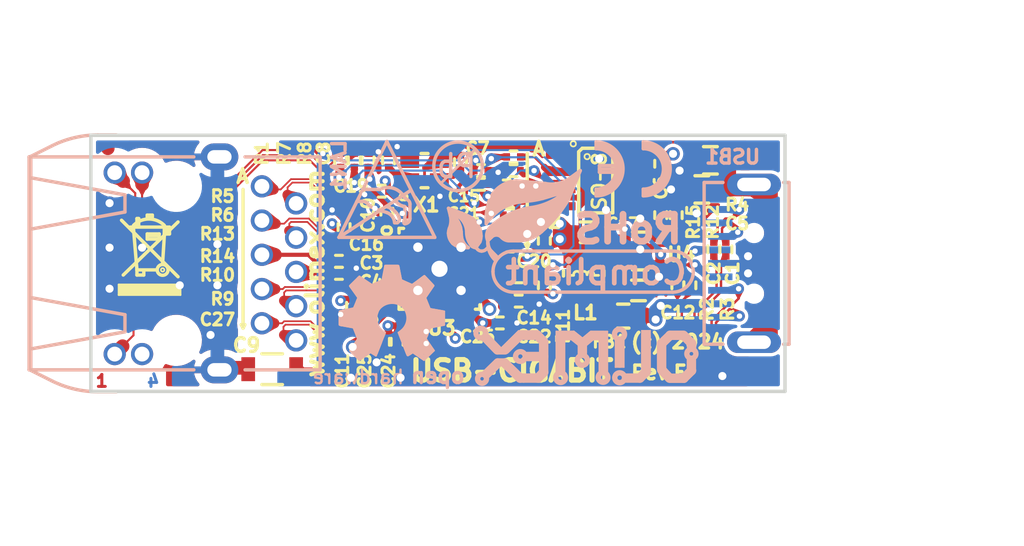
<source format=kicad_pcb>
(kicad_pcb (version 20221018) (generator pcbnew)
  (title_block (title "USB-GIGABIT") (date "2024-07-08") (rev "E") (company "Olimex Ltd."))
  (layers (0 "F.Cu" mixed) (1 "In1.Cu" power "In1_GND.Cu") (2 "In2.Cu" power) (31 "B.Cu" mixed) (34 "B.Paste" user) (35 "F.Paste" user) (36 "B.SilkS" user "B.Silkscreen") (37 "F.SilkS" user "F.Silkscreen") (38 "B.Mask" user) (39 "F.Mask" user) (44 "Edge.Cuts" user))
  (net 0 "")
  (net 1 "Net-(LAN1-P5)")
  (net 2 "GND")
  (net 3 "Net-(LAN1-P6)")
  (net 4 "Net-(C5-Pad1)")
  (net 5 "+3V3")
  (net 6 "Net-(U3-CKXTAL1)")
  (net 7 "Net-(U3-CKXTAL2)")
  (net 8 "Net-(C9-Pad1)")
  (net 9 "Net-(U3-VDD5)")
  (net 10 "/V12")
  (net 11 "Net-(LAN1-Pad12)")
  (net 12 "Net-(LAN1-Pad14)")
  (net 13 "Net-(U3-DVDD10_UPS)")
  (net 14 "Net-(U4-LX)")
  (net 15 "Net-(U2-CLK)")
  (net 16 "Net-(U2-DI)")
  (net 17 "Net-(U3-RSET)")
  (net 18 "Net-(U3-XTALDET)")
  (net 19 "Net-(U3-GPIO)")
  (net 20 "Net-(U4-FB)")
  (net 21 "/U3STX_P")
  (net 22 "/U3TX_P")
  (net 23 "/U3STX_N")
  (net 24 "/U3TX_N")
  (net 25 "/VBUS")
  (net 26 "/LED0")
  (net 27 "/LED1")
  (net 28 "/M3_N")
  (net 29 "/M3_P")
  (net 30 "/M2_N")
  (net 31 "/M2_P")
  (net 32 "/M1_N")
  (net 33 "/M1_P")
  (net 34 "/M0_N")
  (net 35 "/M0_P")
  (net 36 "/U2D_P")
  (net 37 "/U2_P")
  (net 38 "/U2D_N")
  (net 39 "/U2_N")
  (net 40 "/U3SRX_N")
  (net 41 "/U3SRX_P")
  (net 44 "Net-(U2-CS)")
  (net 46 "/LED2")
  (footprint "OLIMEX_RLC-FP:C_0402_5MIL_DWS" (layer "F.Cu") (at 101.219 68.961 90)
    (fp_text reference "C2")
    (fp_text value "100nF/10V/X5R /20%/0402")
  )
  (footprint "OLIMEX_RLC-FP:C_0402_5MIL_DWS" (layer "F.Cu") (at 73.406 69.85)
    (fp_text reference "C3")
    (fp_text value "100nF/10V/X5R /20%/0402")
  )
  (footprint "OLIMEX_RLC-FP:C_0402_5MIL_DWS" (layer "F.Cu") (at 73.406 70.739)
    (fp_text reference "C4")
    (fp_text value "100nF/10V/X5R /20%/0402")
  )
  (footprint "OLIMEX_RLC-FP:C_0805_5MIL_DWS" (layer "F.Cu") (at 100.33 64.516 180)
    (fp_text reference "C5")
    (fp_text value "100nF/50V/Y5V/20%")
  )
  (footprint "OLIMEX_RLC-FP:C_0402_5MIL_DWS" (layer "F.Cu") (at 97.282 62.611 90)
    (fp_text reference "C6")
    (fp_text value "NA")
  )
  (footprint "OLIMEX_RLC-FP:C_0402_5MIL_DWS" (layer "F.Cu") (at 82.423 62.484 90)
    (fp_text reference "C7")
    (fp_text value "39pF/C0G/50VDC/0402")
  )
  (footprint "OLIMEX_RLC-FP:C_0402_5MIL_DWS" (layer "F.Cu") (at 77.089 62.357 90)
    (fp_text reference "C8")
    (fp_text value "39pF/C0G/50VDC/0402")
  )
  (footprint "OLIMEX_RLC-FP:C_1206_5MIL_DWS_ISO" (layer "F.Cu") (at 68.453 77.851)
    (fp_text reference "C9")
    (fp_text value "1nF/2000V/10%/X7R/1206")
  )
  (footprint "OLIMEX_RLC-FP:C_0402_5MIL_DWS" (layer "F.Cu") (at 76.962 66.167 -90)
    (fp_text reference "C10")
    (fp_text value "100nF/10V/X5R /20%/0402")
  )
  (footprint "OLIMEX_RLC-FP:C_0402_5MIL_DWS" (layer "F.Cu") (at 75.692 75.819 90)
    (fp_text reference "C11")
    (fp_text value "100nF/10V/X5R /20%/0402")
  )
  (footprint "OLIMEX_RLC-FP:C_0603_5MIL_DWS" (layer "F.Cu") (at 95.631 72.009)
    (fp_text reference "C12")
    (fp_text value "2.2uF/X5R/6.3V/10%/0603")
  )
  (footprint "OLIMEX_RLC-FP:C_0402_5MIL_DWS" (layer "F.Cu") (at 86.741 71.882 180)
    (fp_text reference "C14")
    (fp_text value "100nF/10V/X5R /20%/0402")
  )
  (footprint "OLIMEX_RLC-FP:C_0402_5MIL_DWS" (layer "F.Cu") (at 83.947 63.119 180)
    (fp_text reference "C15")
    (fp_text value "100nF/10V/X5R /20%/0402")
  )
  (footprint "OLIMEX_RLC-FP:C_0402_5MIL_DWS" (layer "F.Cu") (at 73.787 67.31 -90)
    (fp_text reference "C16")
    (fp_text value "100nF/10V/X5R /20%/0402")
  )
  (footprint "OLIMEX_RLC-FP:C_0603_5MIL_DWS" (layer "F.Cu") (at 91.821 67.691)
    (fp_text reference "C17")
    (fp_text value "2.2uF/X5R/6.3V/10%/0603")
  )
  (footprint "OLIMEX_RLC-FP:C_0402_5MIL_DWS" (layer "F.Cu") (at 74.422 73.152 90)
    (fp_text reference "C18")
    (fp_text value "100nF/10V/X5R /20%/0402")
  )
  (footprint "OLIMEX_RLC-FP:C_0402_5MIL_DWS" (layer "F.Cu") (at 76.581 64.643)
    (fp_text reference "C19")
    (fp_text value "100nF/10V/X5R /20%/0402")
  )
  (footprint "OLIMEX_RLC-FP:C_0402_5MIL_DWS" (layer "F.Cu") (at 88.646 68.326 -90)
    (fp_text reference "C20")
    (fp_text value "100nF/10V/X5R /20%/0402")
  )
  (footprint "OLIMEX_RLC-FP:C_0402_5MIL_DWS" (layer "F.Cu") (at 83.947 64.135 180)
    (fp_text reference "C21")
    (fp_text value "100nF/10V/X5R /20%/0402")
  )
  (footprint "OLIMEX_RLC-FP:C_0402_5MIL_DWS" (layer "F.Cu") (at 86.741 72.8)
    (fp_text reference "C22")
    (fp_text value "100nF/10V/X5R /20%/0402")
  )
  (footprint "OLIMEX_RLC-FP:C_0402_5MIL_DWS" (layer "F.Cu") (at 77.724 75.819 90)
    (fp_text reference "C24")
    (fp_text value "100nF/10V/X5R /20%/0402")
  )
  (footprint "OLIMEX_RLC-FP:C_0402_5MIL_DWS" (layer "F.Cu") (at 76.708 75.819 90)
    (fp_text reference "C25")
    (fp_text value "100nF/10V/X5R /20%/0402")
  )
  (footprint "OLIMEX_RLC-FP:C_0402_5MIL_DWS" (layer "F.Cu") (at 85.344 74.422 180)
    (fp_text reference "C26")
    (fp_text value "100nF/10V/X5R /20%/0402")
  )
  (footprint "OLIMEX_RLC-FP:L_0805_5MIL_DWS" (layer "F.Cu") (at 94.488 73.914 180)
    (fp_text reference "FB1")
    (fp_text value " 600OHM/2A/UPZ2012E-601-2R0TF/0805")
  )
  (footprint "OLIMEX_RLC-FP:R_0402_5MIL_DWS" (layer "F.Cu") (at 98.552 71.628 90)
    (fp_text reference "R2")
    (fp_text value "22R/0402")
  )
  (footprint "OLIMEX_RLC-FP:R_0402_5MIL_DWS" (layer "F.Cu") (at 99.441 71.628 90)
    (fp_text reference "R3")
    (fp_text value "22R/0402")
  )
  (footprint "OLIMEX_RLC-FP:R_0805_5MIL_DWS" (layer "F.Cu") (at 100.965 62.357 180)
    (fp_text reference "R4")
    (fp_text value "10R/0805")
  )
  (footprint "OLIMEX_RLC-FP:R_0402_5MIL_DWS" (layer "F.Cu") (at 86.36 62.103)
    (fp_text reference "R5")
    (fp_text value "NA")
  )
  (footprint "OLIMEX_RLC-FP:R_0402_5MIL_DWS" (layer "F.Cu") (at 86.36 63.119 180)
    (fp_text reference "R6")
    (fp_text value "NA")
  )
  (footprint "OLIMEX_RLC-FP:R_0402_5MIL_DWS" (layer "F.Cu") (at 86.106 67.437 180)
    (fp_text reference "R9")
    (fp_text value "2.2K/0402")
  )
  (footprint "OLIMEX_RLC-FP:R_0402_5MIL_DWS" (layer "F.Cu") (at 86.106 66.421 180)
    (fp_text reference "R10")
    (fp_text value "NA")
  )
  (footprint "OLIMEX_RLC-FP:R_0402_5MIL_DWS" (layer "F.Cu") (at 88.646 71.628 -90)
    (fp_text reference "R11")
    (fp_text value "2.2K/0402")
  )
  (footprint "OLIMEX_RLC-FP:R_0402_5MIL_DWS" (layer "F.Cu") (at 85.852 64.262 180)
    (fp_text reference "R13")
    (fp_text value "NA")
  )
  (footprint "OLIMEX_RLC-FP:R_0402_5MIL_DWS" (layer "F.Cu") (at 86.106 65.405)
    (fp_text reference "R14")
    (fp_text value "NA")
  )
  (footprint "OLIMEX_IC-FP:SO-8" (layer "F.Cu") (at 92.456 63.857863 -90)
    (fp_text reference "U2")
    (fp_text value "NA(93LC46)")
  )
  (footprint "OLIMEX_LOGOs-FP:LOGO_RECYCLEBIN_1" (layer "F.Cu") (at 57.023 72.39)
    (fp_text reference "" hide)
    (fp_text value "" hide)
  )
  (footprint "OLIMEX_IC-FP:QFN48-6x6mm-OLIMEX_V2" (layer "F.Cu") (at 80.865988 70.4055 -90)
    (fp_text reference "U3")
    (fp_text value "RTL8153VC-CG")
  )
  (footprint "OLIMEX_Crystal-FP:Oscillator-18.432MHz-3.2x2.5mm" (layer "F.Cu") (at 79.756 63.119)
    (fp_text reference "X1")
    (fp_text value "25MHz/20ppm/20pF/4P/3225")
  )
  (footprint "OLIMEX_RLC-FP:C_0402_5MIL_DWS" (layer "F.Cu") (at 86.106 68.707)
    (fp_text reference "C27")
    (fp_text value "100nF/10V/X5R /20%/0402")
  )
  (footprint "OLIMEX_RLC-FP:R_0402_5MIL_DWS" (layer "F.Cu") (at 74.549 62.357 -90)
    (fp_text reference "R1")
    (fp_text value "1K/0402")
  )
  (footprint "OLIMEX_RLC-FP:R_0402_5MIL_DWS" (layer "F.Cu") (at 73.533 62.357 -90)
    (fp_text reference "R7")
    (fp_text value "1K/0402")
  )
  (footprint "OLIMEX_RLC-FP:R_0402_5MIL_DWS" (layer "F.Cu") (at 75.565 62.357 90)
    (fp_text reference "R8")
    (fp_text value "2.49K/1%/0402")
  )
  (footprint "OLIMEX_RLC-FP:CD32" (layer "F.Cu") (at 91.567 70.739 90)
    (fp_text reference "L1")
    (fp_text value "2.2uH/NRS3015T2R2MNGH")
  )
  (footprint "OLIMEX_RLC-FP:R_0402_5MIL_DWS" (layer "F.Cu") (at 98.425 66.421 90)
    (fp_text reference "R12")
    (fp_text value "1.1K/1%/0402")
  )
  (footprint "OLIMEX_RLC-FP:R_0402_5MIL_DWS" (layer "F.Cu") (at 97.282 66.421 -90)
    (fp_text reference "R15")
    (fp_text value "1.1K/1%/0402")
  )
  (footprint "OLIMEX_IC-FP:SOT-23-5" (layer "F.Cu") (at 95.758 69.088 180)
    (fp_text reference "U4")
    (fp_text value "SY8089AAAC")
  )
  (footprint "OLIMEX_RLC-FP:C_0402_5MIL_DWS" (layer "F.Cu") (at 102.108 68.961 90)
    (fp_text reference "C1")
    (fp_text value "100nF/10V/X5R /20%/0402")
  )
  (footprint "OLIMEX_Other-FP:Fiducial1x3" (layer "F.Cu") (at 56.515 74.295)
    (fp_text reference "FID1" hide)
    (fp_text value "Fiducial" hide)
  )
  (footprint "OLIMEX_Other-FP:Fiducial1x3" (layer "F.Cu") (at 105.029 61.849)
    (fp_text reference "FID2" hide)
    (fp_text value "Fiducial" hide)
  )
  (footprint "OLIMEX_Other-FP:Fiducial1x3_Paste" (layer "F.Cu") (at 56.261 61.468)
    (fp_text reference "FID4" hide)
    (fp_text value "Fiducial" hide)
  )
  (footprint "OLIMEX_Other-FP:Fiducial1x3_Paste" (layer "F.Cu") (at 105.029 78.105)
    (fp_text reference "FID3" hide)
    (fp_text value "Fiducial" hide)
  )
  (footprint "OLIMEX_LOGOs-FP:LOGO_OPENHARDWARE_8x8" (layer "B.Cu") (at 77.343 74.168 180)
    (fp_text reference "" hide)
    (fp_text value "" hide)
  )
  (footprint "OLIMEX_LOGOs-FP:LOGO_PBFREE" (layer "B.Cu") (at 82.042 63.119 180)
    (fp_text reference "")
    (fp_text value "")
  )
  (footprint "OLIMEX_Connectors-FP:TM211Q01FM22" (layer "B.Cu") (at 61.3415 70 -90)
    (fp_text reference "LAN1")
    (fp_text value "TM211Q01FM22(LPJG16402AQNL)")
  )
  (footprint "OLIMEX_Connectors-FP:USB3_A_MALE" (layer "B.Cu") (at 106.85 70 -90)
    (fp_text reference "USB1")
    (fp_text value "USB1065")
  )
  (footprint "OLIMEX_Signs-FP:CE_Sign" (layer "B.Cu") (at 94.234 62.992 180)
    (fp_text reference "Sign_CE" hide)
    (fp_text value "CE_Sign" hide)
  )
  (footprint "OLIMEX_Signs-FP:Sign_Antistatic" (layer "B.Cu") (at 80.518 68.072 180)
    (fp_text reference "Sign_Antistatic" hide)
    (fp_text value "Sign_Antistatic" hide)
  )
  (footprint "OLIMEX_Signs-FP:Logo_OLIMEX_TB" (layer "B.Cu") (at 91.567 76.835 180)
    (fp_text reference "Logo_OLIMEX_TB" hide)
    (fp_text value "Logo_OLIMEX_TB" hide)
  )
  (footprint "OLIMEX_Signs-FP:Sign_RoHS_1" (layer "B.Cu") (at 98.679 71.501 180)
    (fp_text reference "Sign_RoHS_1" hide)
    (fp_text value "Sign_RoHS_1" hide)
  )
  (gr_line (start 87.376 68.834) (end 87.249 68.58) (stroke (width 0.254)) (layer "F.SilkS"))
  (gr_line (start 66.294 74.803) (end 66.167 74.549) (stroke (width 0.254)) (layer "F.SilkS"))
  (gr_line (start 87.249 68.58) (end 87.503 68.58) (stroke (width 0.254)) (layer "F.SilkS"))
  (gr_line (start 87.376 61.849) (end 87.376 68.834) (stroke (width 0.254)) (layer "F.SilkS"))
  (gr_line (start 66.167 74.549) (end 66.421 74.549) (stroke (width 0.254)) (layer "F.SilkS"))
  (gr_line (start 66.294 64.516) (end 66.294 74.803) (stroke (width 0.254)) (layer "F.SilkS"))
  (gr_line (start 87.503 68.58) (end 87.376 68.834) (stroke (width 0.254)) (layer "F.SilkS"))
  (gr_line (start 66.421 74.549) (end 66.294 74.803) (stroke (width 0.254)) (layer "F.SilkS"))
  (gr_line (start 55 79.5) (end 55 60.5) (stroke (width 0.254)) (layer "Edge.Cuts"))
  (gr_line (start 55 60.5) (end 106.5 60.5) (stroke (width 0.254)) (layer "Edge.Cuts"))
  (gr_line (start 106.5 79.5) (end 55 79.5) (stroke (width 0.254)) (layer "Edge.Cuts"))
  (gr_line (start 106.5 60.5) (end 106.5 79.5) (stroke (width 0.254)) (layer "Edge.Cuts"))
  (gr_text "1" (at 55.245 79.248) (layer "F.Cu") (effects (font (size 0.889 0.889) (thickness 0.22225) bold) (justify left bottom)))
  (gr_text "4" (at 60.198 79.248) (layer "B.Cu") (effects (font (size 0.889 0.889) (thickness 0.22225) bold) (justify left bottom mirror)))
  (gr_text "USB-GIGABIT" (at 86.233 77.978) (layer "F.SilkS") (effects (font (size 1.524 1.524) (thickness 0.381) bold)))
  (gr_text "(c) 2024\n" (at 98.552 75.819) (layer "F.SilkS") (effects (font (size 1.016 1.016) (thickness 0.254) bold)))
  (gr_text "www.olimex.com" (at 71.628 70.739 90) (layer "F.SilkS") (effects (font (size 1.27 1.27) (thickness 0.3048) bold)))
  (gr_text "A" (at 87.63 62.103) (layer "F.SilkS") (effects (font (size 1.016 1.016) (thickness 0.254) bold) (justify left bottom)))
  (gr_text "A" (at 65.659 64.135) (layer "F.SilkS") (effects (font (size 1.016 1.016) (thickness 0.254) bold) (justify left bottom)))
  (gr_text "Rev.E" (at 97.155 78.105) (layer "F.SilkS") (effects (font (size 1.016 1.016) (thickness 0.254) bold)))
  (segment (start 71.628 69.85) (end 71.143 69.365) (width 0.3048) (layer "F.Cu") (net 1))
  (segment (start 72.898 69.85) (end 71.628 69.85) (width 0.3048) (layer "F.Cu") (net 1))
  (segment (start 67.6915 69.365) (end 68.6538 69.365) (width 1.016) (layer "F.Cu") (net 1))
  (segment (start 68.6538 69.365) (end 71.143 69.365) (width 0.3048) (layer "F.Cu") (net 1))
  (segment (start 93.472 66.675) (end 93.5482 66.5988) (width 0.508) (layer "F.Cu") (net 2))
  (segment (start 79.883 75.057) (end 80.265988 74.674012) (width 0.1999) (layer "F.Cu") (net 2))
  (segment (start 79.865988 73.389) (end 79.865988 75.039988) (width 0.1999) (layer "F.Cu") (net 2))
  (segment (start 85.09 63.119) (end 85.217 63.246) (width 0.508) (layer "F.Cu") (net 2))
  (segment (start 93.495137 65.762863) (end 93.218 66.04) (width 0.508) (layer "F.Cu") (net 2))
  (segment (start 86.868 66.675) (end 86.614 66.421) (width 0.508) (layer "F.Cu") (net 2))
  (segment (start 80.856 63.919) (end 80.899 63.962) (width 0.762) (layer "F.Cu") (net 2))
  (segment (start 83.065988 69.4055) (end 82.465988 68.8055) (width 0.2032) (layer "F.Cu") (net 2))
  (segment (start 95.056 65.762863) (end 93.495137 65.762863) (width 0.508) (layer "F.Cu") (net 2))
  (segment (start 93.5482 66.5988) (end 95.6818 66.5988) (width 0.508) (layer "F.Cu") (net 2))
  (segment (start 88.138 66.675) (end 86.868 66.675) (width 0.508) (layer "F.Cu") (net 2))
  (segment (start 103.251 61.5) (end 102.759 61.008) (width 0.2032) (layer "F.Cu") (net 2))
  (segment (start 78.656 62.319) (end 78.186 61.849) (width 0.508) (layer "F.Cu") (net 2))
  (segment (start 79.865988 75.039988) (end 79.883 75.057) (width 0.254) (layer "F.Cu") (net 2))
  (segment (start 97.282 63.119) (end 97.155 63.119) (width 0.254) (layer "F.Cu") (net 2))
  (segment (start 75.565 61.849) (end 75.565 61.087) (width 0.254) (layer "F.Cu") (net 2))
  (segment (start 98.679 64.516) (end 98.679 63.119) (width 1.016) (layer "F.Cu") (net 2))
  (segment (start 78.232 61.895) (end 78.232 61.214) (width 0.508) (layer "F.Cu") (net 2))
  (segment (start 82.9374 61.9696) (end 83.185 61.722) (width 0.1524) (layer "F.Cu") (net 2))
  (segment (start 81.2496 63.5254) (end 81.8896 63.5254) (width 0.4064) (layer "F.Cu") (net 2))
  (segment (start 75.692 76.327) (end 76.2 76.327) (width 0.508) (layer "F.Cu") (net 2))
  (segment (start 95.758 65.762863) (end 95.758 66.675) (width 0.508) (layer "F.Cu") (net 2))
  (segment (start 83.849488 69.4055) (end 83.065988 69.4055) (width 0.2032) (layer "F.Cu") (net 2))
  (segment (start 80.265988 74.674012) (end 80.265988 73.389) (width 0.1999) (layer "F.Cu") (net 2))
  (segment (start 79.883 75.057) (end 79.883 75.946) (width 0.762) (layer "F.Cu") (net 2))
  (segment (start 73.787 66.802) (end 73.025 66.04) (width 0.4064) (layer "F.Cu") (net 2))
  (segment (start 78.656 62.319) (end 78.232 61.895) (width 0.508) (layer "F.Cu") (net 2))
  (segment (start 99.568 62.357) (end 98.806 63.119) (width 1.016) (layer "F.Cu") (net 2))
  (segment (start 86.614 68.707) (end 87.0204 68.707) (width 0.254) (layer "F.Cu") (net 2))
  (segment (start 85.344 63.119) (end 85.217 63.246) (width 0.508) (layer "F.Cu") (net 2))
  (segment (start 91.694 61.214) (end 92.71 62.23) (width 0.508) (layer "F.Cu") (net 2))
  (segment (start 79.865988 73.3255) (end 79.865988 71.7355) (width 0.1999) (layer "F.Cu") (net 2))
  (segment (start 77.724 61.341) (end 77.851 61.214) (width 0.508) (layer "F.Cu") (net 2))
  (segment (start 77.47 61.087) (end 77.724 61.341) (width 0.254) (layer "F.Cu") (net 2))
  (segment (start 74.041 78.232) (end 74.295 78.486) (width 1.016) (layer "F.Cu") (net 2))
  (segment (start 95.631 69.088) (end 94.458 69.088) (width 0.508) (layer "F.Cu") (net 2))
  (segment (start 99.06 65.913) (end 99.314 65.659) (width 0.508) (layer "F.Cu") (net 2))
  (segment (start 86.614 69.1388) (end 86.3473 69.4055) (width 0.2032) (layer "F.Cu") (net 2))
  (segment (start 86.614 68.707) (end 86.614 69.1388) (width 0.2032) (layer "F.Cu") (net 2))
  (segment (start 93.218 66.421) (end 93.472 66.675) (width 0.508) (layer "F.Cu") (net 2))
  (segment (start 86.614 69.1134) (end 87.0204 68.707) (width 0.2032) (layer "F.Cu") (net 2))
  (segment (start 76.2 77.343) (end 76.2 76.327) (width 0.508) (layer "F.Cu") (net 2))
  (segment (start 99.822 61.008) (end 99.949 61.135) (width 0.2032) (layer "F.Cu") (net 2))
  (segment (start 87.0204 68.707) (end 87.757 68.707) (width 0.254) (layer "F.Cu") (net 2))
  (segment (start 76.454 61.849) (end 76.327 61.722) (width 0.508) (layer "F.Cu") (net 2))
  (segment (start 81.865988 73.3255) (end 81.865988 71.7355) (width 0.1999) (layer "F.Cu") (net 2))
  (segment (start 93.218 66.04) (end 93.218 66.421) (width 0.508) (layer "F.Cu") (net 2))
  (segment (start 82.423 62.992) (end 82.9374 62.4776) (width 0.1524) (layer "F.Cu") (net 2))
  (segment (start 98.044 64.516) (end 99.314 64.516) (width 1.016) (layer "F.Cu") (net 2))
  (segment (start 76.327 61.722) (end 76.327 61.087) (width 0.254) (layer "F.Cu") (net 2))
  (segment (start 75.692 61.722) (end 75.565 61.849) (width 0.508) (layer "F.Cu") (net 2))
  (segment (start 99.314 64.516) (end 98.679 64.516) (width 1.016) (layer "F.Cu") (net 2))
  (segment (start 92.71 67.437) (end 93.472 66.675) (width 0.508) (layer "F.Cu") (net 2))
  (segment (start 76.2 64.897) (end 75.311 64.897) (width 0.508) (layer "F.Cu") (net 2))
  (segment (start 96.0374 68.6816) (end 97.7646 68.6816) (width 0.2032) (layer "F.Cu") (net 2))
  (segment (start 95.6818 66.5988) (end 95.758 66.675) (width 0.508) (layer "F.Cu") (net 2))
  (segment (start 88.646 67.183) (end 88.392 66.929) (width 0.508) (layer "F.Cu") (net 2))
  (segment (start 70.612 78.232) (end 74.041 78.232) (width 1.016) (layer "F.Cu") (net 2))
  (segment (start 80.265988 72.1355) (end 79.700988 71.5705) (width 0.1999) (layer "F.Cu") (net 2))
  (segment (start 87.757 68.707) (end 88.646 67.818) (width 0.254) (layer "F.Cu") (net 2))
  (segment (start 88.392 66.929) (end 88.138 66.675) (width 0.508) (layer "F.Cu") (net 2))
  (segment (start 81.8896 63.5254) (end 82.423 62.992) (width 0.4064) (layer "F.Cu") (net 2))
  (segment (start 86.614 65.405) (end 86.614 66.421) (width 0.4064) (layer "F.Cu") (net 2))
  (segment (start 82.9374 62.4776) (end 82.9374 61.9696) (width 0.1524) (layer "F.Cu") (net 2))
  (segment (start 79.865988 71.7355) (end 79.700988 71.5705) (width 0.1999) (layer "F.Cu") (net 2))
  (segment (start 78.232 61.214) (end 91.694 61.214) (width 0.508) (layer "F.Cu") (net 2))
  (segment (start 92.71 67.691) (end 92.71 67.437) (width 0.508) (layer "F.Cu") (net 2))
  (segment (start 98.425 65.913) (end 99.06 65.913) (width 0.508) (layer "F.Cu") (net 2))
  (segment (start 86.614 68.8594) (end 86.614 68.707) (width 0.2032) (layer "F.Cu") (net 2))
  (segment (start 76.327 61.087) (end 77.47 61.087) (width 0.254) (layer "F.Cu") (net 2))
  (segment (start 73.914 70.739) (end 73.914 70.358) (width 0.508) (layer "F.Cu") (net 2))
  (segment (start 88.265 73.025) (end 88.04 72.8) (width 0.254) (layer "F.Cu") (net 2))
  (segment (start 80.265988 73.3255) (end 80.265988 72.1355) (width 0.1999) (layer "F.Cu") (net 2))
  (segment (start 98.806 63.119) (end 98.679 63.119) (width 1.016) (layer "F.Cu") (net 2))
  (segment (start 74.6945 70.358) (end 73.914 70.358) (width 0.508) (layer "F.Cu") (net 2))
  (segment (start 99.822 61.008) (end 97.5 61.008) (width 0.2032) (layer "F.Cu") (net 2))
  (segment (start 95.758 68.961) (end 95.631 69.088) (width 0.508) (layer "F.Cu") (net 2))
  (segment (start 76.962 65.659) (end 76.073 64.77) (width 0.4064) (layer "F.Cu") (net 2))
  (segment (start 101.346 78.867) (end 101.854 78.359) (width 0.4064) (layer "F.Cu") (net 2))
  (segment (start 77.851 61.214) (end 78.232 61.214) (width 0.508) (layer "F.Cu") (net 2))
  (segment (start 80.899 63.962) (end 80.899 65.024) (width 0.762) (layer "F.Cu") (net 2))
  (segment (start 76.2 76.327) (end 76.708 76.327) (width 0.508) (layer "F.Cu") (net 2))
  (segment (start 81.865988 71.7355) (end 82.030988 71.5705) (width 0.1999) (layer "F.Cu") (net 2))
  (segment (start 76.073 64.77) (end 76.073 64.643) (width 0.508) (layer "F.Cu") (net 2))
  (segment (start 95.758 68.961) (end 96.0374 68.6816) (width 0.2032) (layer "F.Cu") (net 2))
  (segment (start 70.231 77.851) (end 70.612 78.232) (width 1.016) (layer "F.Cu") (net 2))
  (segment (start 73.025 66.04) (end 72.898 66.04) (width 0.4064) (layer "F.Cu") (net 2))
  (segment (start 76.327 61.722) (end 75.692 61.722) (width 0.508) (layer "F.Cu") (net 2))
  (segment (start 82.195988 69.4055) (end 82.030988 69.2405) (width 0.1999) (layer "F.Cu") (net 2))
  (segment (start 99.949 61.135) (end 99.949 62.357) (width 0.2032) (layer "F.Cu") (net 2))
  (segment (start 103.759 69.469) (end 103.759 70.739) (width 1.016) (layer "F.Cu") (net 2))
  (segment (start 86.3473 69.4055) (end 86.0679 69.4055) (width 0.2032) (layer "F.Cu") (net 2))
  (segment (start 73.66 73.66) (end 74.422 73.66) (width 0.4064) (layer "F.Cu") (net 2))
  (segment (start 73.914 70.358) (end 73.914 69.85) (width 0.508) (layer "F.Cu") (net 2))
  (segment (start 96.647 62.611) (end 96.393 62.611) (width 0.254) (layer "F.Cu") (net 2))
  (segment (start 97.282 63.119) (end 98.679 63.119) (width 0.508) (layer "F.Cu") (net 2))
  (segment (start 99.314 65.659) (end 99.949 66.294) (width 1.016) (layer "F.Cu") (net 2))
  (segment (start 78.186 61.849) (end 77.089 61.849) (width 0.508) (layer "F.Cu") (net 2))
  (segment (start 83.849488 69.4055) (end 86.0679 69.4055) (width 0.2032) (layer "F.Cu") (net 2))
  (segment (start 80.856 63.919) (end 81.2496 63.5254) (width 0.4064) (layer "F.Cu") (net 2))
  (segment (start 99.314 64.516) (end 99.314 65.659) (width 1.016) (layer "F.Cu") (net 2))
  (segment (start 88.04 72.8) (end 87.249 72.8) (width 0.254) (layer "F.Cu") (net 2))
  (segment (start 102.759 61.008) (end 99.822 61.008) (width 0.2032) (layer "F.Cu") (net 2))
  (segment (start 97.155 70.993) (end 97.155 71.374) (width 0.762) (layer "F.Cu") (net 2))
  (segment (start 88.646 67.818) (end 88.646 67.183) (width 0.508) (layer "F.Cu") (net 2))
  (segment (start 75.565 61.087) (end 69.342 61.087) (width 0.254) (layer "F.Cu") (net 2))
  (segment (start 76.327 61.722) (end 76.327 63.0936) (width 0.254) (layer "F.Cu") (net 2))
  (segment (start 76.708 76.327) (end 77.724 76.327) (width 0.508) (layer "F.Cu") (net 2))
  (segment (start 94.458 69.088) (end 93.98 69.088) (width 0.4064) (layer "F.Cu") (net 2))
  (segment (start 97.155 63.119) (end 96.647 62.611) (width 0.254) (layer "F.Cu") (net 2))
  (segment (start 99.949 62.357) (end 99.568 62.357) (width 1.016) (layer "F.Cu") (net 2))
  (segment (start 86.0679 69.4055) (end 86.614 68.8594) (width 0.2032) (layer "F.Cu") (net 2))
  (segment (start 84.455 63.119) (end 85.09 63.119) (width 0.508) (layer "F.Cu") (net 2))
  (segment (start 77.978 78.486) (end 78.359 78.867) (width 0.4064) (layer "F.Cu") (net 2))
  (segment (start 85.852 63.119) (end 85.344 63.119) (width 0.508) (layer "F.Cu") (net 2))
  (segment (start 78.359 78.867) (end 101.346 78.867) (width 0.4064) (layer "F.Cu") (net 2))
  (segment (start 86.614 69.1388) (end 86.614 69.1134) (width 0.2032) (layer "F.Cu") (net 2))
  (segment (start 95.758 66.675) (end 95.758 68.961) (width 1.016) (layer "F.Cu") (net 2))
  (segment (start 75.565 61.087) (end 76.327 61.087) (width 0.254) (layer "F.Cu") (net 2))
  (segment (start 84.455 64.135) (end 84.455 63.119) (width 0.4064) (layer "F.Cu") (net 2))
  (segment (start 92.71 67.818) (end 92.71 67.691) (width 0.4064) (layer "F.Cu") (net 2))
  (segment (start 77.089 61.849) (end 76.454 61.849) (width 0.508) (layer "F.Cu") (net 2))
  (segment (start 73.533 73.787) (end 73.66 73.66) (width 0.4064) (layer "F.Cu") (net 2))
  (segment (start 93.98 69.088) (end 92.71 67.818) (width 0.4064) (layer "F.Cu") (net 2))
  (segment (start 95.056 65.762863) (end 95.758 65.762863) (width 0.508) (layer "F.Cu") (net 2))
  (segment (start 97.155 71.374) (end 96.52 72.009) (width 0.762) (layer "F.Cu") (net 2))
  (segment (start 86.614 74.422) (end 85.852 74.422) (width 0.4064) (layer "F.Cu") (net 2))
  (via (at 79.883 75.946) (size 0.8) (drill 0.4) (layers "F.Cu" "B.Cu") (net 2))
  (via (at 95.758 68.961) (size 1) (drill 0.6) (layers "F.Cu" "B.Cu") (net 2))
  (via (at 98.044 64.516) (size 1) (drill 0.6) (layers "F.Cu" "B.Cu") (net 2))
  (via (at 97.155 70.993) (size 1) (drill 0.6) (layers "F.Cu" "B.Cu") (net 2))
  (via (at 98.679 63.119) (size 1) (drill 0.6) (layers "F.Cu" "B.Cu") (net 2))
  (via (at 92.71 62.23) (size 1) (drill 0.6) (layers "F.Cu" "B.Cu") (net 2))
  (via (at 80.899 65.024) (size 0.8) (drill 0.4) (layers "F.Cu" "B.Cu") (net 2))
  (via (at 72.898 66.04) (size 0.8) (drill 0.4) (layers "F.Cu" "B.Cu") (net 2))
  (via (at 95.758 66.675) (size 1) (drill 0.6) (layers "F.Cu" "B.Cu") (net 2))
  (via (at 93.218 66.04) (size 1) (drill 0.6) (layers "F.Cu" "B.Cu") (net 2))
  (via (at 76.2 77.343) (size 1) (drill 0.6) (layers "F.Cu" "B.Cu") (net 2))
  (via (at 101.854 78.359) (size 1) (drill 0.6) (layers "F.Cu" "B.Cu") (net 2))
  (via (at 99.949 66.294) (size 1) (drill 0.6) (layers "F.Cu" "B.Cu") (net 2))
  (via (at 74.295 78.486) (size 1) (drill 0.6) (layers "F.Cu" "B.Cu") (net 2))
  (via (at 76.327 61.722) (size 0.8) (drill 0.4) (layers "F.Cu" "B.Cu") (net 2))
  (via (at 79.883 75.057) (size 0.8) (drill 0.4) (layers "F.Cu" "B.Cu") (net 2))
  (via (at 73.533 73.787) (size 0.8) (drill 0.4) (layers "F.Cu" "B.Cu") (net 2))
  (via (at 77.724 61.341) (size 0.8) (drill 0.4) (layers "F.Cu" "B.Cu") (net 2))
  (via (at 75.311 64.897) (size 0.8) (drill 0.4) (layers "F.Cu" "B.Cu") (net 2))
  (via (at 74.6945 70.358) (size 0.8) (drill 0.4) (layers "F.Cu" "B.Cu") (net 2))
  (via (at 103.759 70.739) (size 1) (drill 0.6) (layers "F.Cu" "B.Cu") (net 2))
  (via (at 88.265 73.025) (size 0.8) (drill 0.4) (layers "F.Cu" "B.Cu") (net 2))
  (via (at 88.392 66.929) (size 1) (drill 0.6) (layers "F.Cu" "B.Cu") (net 2))
  (via (at 86.614 74.422) (size 0.8) (drill 0.4) (layers "F.Cu" "B.Cu") (net 2))
  (via (at 85.217 63.246) (size 0.8) (drill 0.4) (layers "F.Cu" "B.Cu") (net 2))
  (via (at 77.978 78.486) (size 1) (drill 0.6) (layers "F.Cu" "B.Cu") (net 2))
  (via (at 103.759 69.469) (size 1) (drill 0.6) (layers "F.Cu" "B.Cu") (net 2))
  (segment (start 103.759 69.977) (end 103.759 70.739) (width 1.016) (layer "B.Cu") (net 2))
  (segment (start 103.736 70) (end 103.759 69.977) (width 0.508) (layer "B.Cu") (net 2))
  (segment (start 103.759 69.469) (end 103.759 69.977) (width 1.016) (layer "B.Cu") (net 2))
  (segment (start 101.7 70) (end 103.736 70) (width 0.508) (layer "B.Cu") (net 2))
  (segment (start 100.655 67) (end 101.7035 67) (width 0.508) (layer "B.Cu") (net 2))
  (segment (start 99.949 66.294) (end 100.655 67) (width 0.508) (layer "B.Cu") (net 2))
  (segment (start 70.3355 70.739) (end 71.12 70.739) (width 1.016) (layer "F.Cu") (net 3))
  (segment (start 72.898 70.739) (end 71.12 70.739) (width 0.3048) (layer "F.Cu") (net 3))
  (segment (start 70.2315 70.635) (end 70.3355 70.739) (width 1.016) (layer "F.Cu") (net 3))
  (segment (start 102.108 62.484) (end 102.108 64.15) (width 1.524) (layer "F.Cu") (net 4))
  (segment (start 105.458 64.087) (end 105.458 75.85) (width 1.016) (layer "F.Cu") (net 4))
  (segment (start 104.2 64.15) (end 104.263 64.087) (width 1.016) (layer "F.Cu") (net 4))
  (segment (start 104.2 64.15) (end 102.108 64.15) (width 1.016) (layer "F.Cu") (net 4))
  (segment (start 104.263 64.087) (end 105.458 64.087) (width 1.016) (layer "F.Cu") (net 4))
  (segment (start 103.834 64.516) (end 104.2 64.15) (width 1.016) (layer "F.Cu") (net 4))
  (segment (start 101.346 64.516) (end 103.834 64.516) (width 1.016) (layer "F.Cu") (net 4))
  (segment (start 105.458 75.85) (end 104.2 75.85) (width 1.016) (layer "F.Cu") (net 4))
  (segment (start 101.981 62.357) (end 102.108 62.484) (width 1.016) (layer "F.Cu") (net 4))
  (segment (start 86.5124 67.818) (end 86.4489 67.7545) (width 0.508) (layer "F.Cu") (net 5))
  (segment (start 89.281 72.263) (end 89.154 72.136) (width 0.508) (layer "F.Cu") (net 5))
  (segment (start 78.665988 67.422) (end 78.650988 67.437) (width 0.2032) (layer "F.Cu") (net 5))
  (segment (start 98.19523 61.87323) (end 97.96546 62.103) (width 0.508) (layer "F.Cu") (net 5))
  (segment (start 85.4965 68.6055) (end 85.598 68.707) (width 0.2032) (layer "F.Cu") (net 5))
  (segment (start 77.978 68.109988) (end 77.978 67.437) (width 0.3048) (layer "F.Cu") (net 5))
  (segment (start 97.96546 62.103) (end 97.282 62.103) (width 0.508) (layer "F.Cu") (net 5))
  (segment (start 83.849488 68.6055) (end 85.4965 68.6055) (width 0.2032) (layer "F.Cu") (net 5))
  (segment (start 87.63 71.247) (end 88.519 72.136) (width 0.254) (layer "F.Cu") (net 5))
  (segment (start 86.233 71.882) (end 86.0552 71.882) (width 0.254) (layer "F.Cu") (net 5))
  (segment (start 89.154 72.136) (end 88.646 72.136) (width 0.508) (layer "F.Cu") (net 5))
  (segment (start 83.439 62.484) (end 83.566 62.357) (width 0.508) (layer "F.Cu") (net 5))
  (segment (start 77.978 68.109988) (end 77.882488 68.2055) (width 0.2032) (layer "F.Cu") (net 5))
  (segment (start 86.4489 67.7545) (end 86.614 67.5894) (width 0.508) (layer "F.Cu") (net 5))
  (segment (start 75.311 75.311) (end 75.692 75.311) (width 0.508) (layer "F.Cu") (net 5))
  (segment (start 86.614 67.5894) (end 85.598 68.6054) (width 0.508) (layer "F.Cu") (net 5))
  (segment (start 82.296 64.643) (end 82.296 64.262) (width 0.3048) (layer "F.Cu") (net 5))
  (segment (start 86.614 67.437) (end 86.614 67.5894) (width 0.508) (layer "F.Cu") (net 5))
  (segment (start 84.582 73.152) (end 84.201 72.771) (width 0.508) (layer "F.Cu") (net 5))
  (segment (start 84.014988 72.771) (end 84.201 72.771) (width 0.2032) (layer "F.Cu") (net 5))
  (segment (start 84.582 73.395497) (end 84.575985 73.395497) (width 0.1999) (layer "F.Cu") (net 5))
  (segment (start 78.613 67.437) (end 77.978 67.437) (width 0.3048) (layer "F.Cu") (net 5))
  (segment (start 86.0552 71.882) (end 85.5787 71.4055) (width 0.3048) (layer "F.Cu") (net 5))
  (segment (start 83.849488 69.0055) (end 85.2995 69.0055) (width 0.2032) (layer "F.Cu") (net 5))
  (segment (start 80.665988 66.255206) (end 80.665988 67.4855) (width 0.2032) (layer "F.Cu") (net 5))
  (segment (start 76.962 66.675) (end 77.216 66.675) (width 0.508) (layer "F.Cu") (net 5))
  (segment (start 86.233 71.882) (end 86.868 71.247) (width 0.254) (layer "F.Cu") (net 5))
  (segment (start 95.056 61.952863) (end 97.131863 61.952863) (width 0.508) (layer "F.Cu") (net 5))
  (segment (start 78.650988 67.437) (end 78.613 67.437) (width 0.2032) (layer "F.Cu") (net 5))
  (segment (start 75.692 75.311) (end 75.692 74.93) (width 0.4064) (layer "F.Cu") (net 5))
  (segment (start 77.597 73.025) (end 77.597 72.7456) (width 0.4064) (layer "F.Cu") (net 5))
  (segment (start 74.422 76.2) (end 75.311 75.311) (width 0.508) (layer "F.Cu") (net 5))
  (segment (start 82.296 64.262) (end 83.439 63.119) (width 0.3048) (layer "F.Cu") (net 5))
  (segment (start 87.376 67.818) (end 86.5124 67.818) (width 0.508) (layer "F.Cu") (net 5))
  (segment (start 85.5787 71.4055) (end 83.785988 71.4055) (width 0.1999) (layer "F.Cu") (net 5))
  (segment (start 97.131863 61.952863) (end 97.282 62.103) (width 0.508) (layer "F.Cu") (net 5))
  (segment (start 84.582 73.395497) (end 84.582 73.152) (width 0.508) (layer "F.Cu") (net 5))
  (segment (start 85.2995 69.0055) (end 85.598 68.707) (width 0.2032) (layer "F.Cu") (net 5))
  (segment (start 85.598 68.6054) (end 85.598 68.707) (width 0.508) (layer "F.Cu") (net 5))
  (segment (start 86.868 71.247) (end 87.63 71.247) (width 0.254) (layer "F.Cu") (net 5))
  (segment (start 82.296 64.643) (end 82.278194 64.643) (width 0.2032) (layer "F.Cu") (net 5))
  (segment (start 88.519 72.136) (end 88.646 72.136) (width 0.254) (layer "F.Cu") (net 5))
  (segment (start 83.849488 72.6055) (end 84.014988 72.771) (width 0.2032) (layer "F.Cu") (net 5))
  (segment (start 83.439 63.119) (end 83.439 62.484) (width 0.508) (layer "F.Cu") (net 5))
  (segment (start 76.073 65.913) (end 76.835 66.675) (width 0.508) (layer "F.Cu") (net 5))
  (segment (start 77.882488 72.6055) (end 77.742388 72.7456) (width 0.2032) (layer "F.Cu") (net 5))
  (segment (start 86.36 64.262) (end 86.995 64.262) (width 0.508) (layer "F.Cu") (net 5))
  (segment (start 77.216 66.675) (end 77.978 67.437) (width 0.508) (layer "F.Cu") (net 5))
  (segment (start 82.278194 64.643) (end 80.665988 66.255206) (width 0.254) (layer "F.Cu") (net 5))
  (segment (start 76.835 66.675) (end 76.962 66.675) (width 0.508) (layer "F.Cu") (net 5))
  (segment (start 77.742388 72.7456) (end 77.597 72.7456) (width 0.2032) (layer "F.Cu") (net 5))
  (segment (start 75.692 74.93) (end 77.597 73.025) (width 0.4064) (layer "F.Cu") (net 5))
  (via (at 89.281 72.263) (size 0.8) (drill 0.4) (layers "F.Cu" "B.Cu") (net 5))
  (via (at 83.566 62.357) (size 0.8) (drill 0.4) (layers "F.Cu" "B.Cu") (net 5))
  (via (at 84.582 73.395497) (size 1) (drill 0.6) (layers "F.Cu" "B.Cu") (net 5))
  (via (at 74.422 76.2) (size 1) (drill 0.6) (layers "F.Cu" "B.Cu") (net 5))
  (via (at 76.073 65.913) (size 0.8) (drill 0.4) (layers "F.Cu" "B.Cu") (net 5))
  (via (at 98.19523 61.87323) (size 1) (drill 0.6) (layers "F.Cu" "B.Cu") (net 5))
  (via (at 87.376 67.818) (size 1) (drill 0.6) (layers "F.Cu" "B.Cu") (net 5))
  (via (at 86.995 64.262) (size 0.8) (drill 0.4) (layers "F.Cu" "B.Cu") (net 5))
  (segment (start 80.429 62.319) (end 80.856 62.319) (width 0.508) (layer "F.Cu") (net 6))
  (segment (start 80.856 62.319) (end 81.199 61.976) (width 0.508) (layer "F.Cu") (net 6))
  (segment (start 79.8322 62.9158) (end 80.429 62.319) (width 0.508) (layer "F.Cu") (net 6))
  (segment (start 81.01 62.3698) (end 80.9592 62.319) (width 0.15494) (layer "F.Cu") (net 6))
  (segment (start 80.811678 62.3698) (end 80.856 62.325478) (width 0.3048) (layer "F.Cu") (net 6))
  (segment (start 80.856 62.325478) (end 80.856 62.319) (width 0.3048) (layer "F.Cu") (net 6))
  (segment (start 79.8322 62.9158) (end 79.756 62.992) (width 0.2032) (layer "F.Cu") (net 6))
  (segment (start 81.199 61.976) (end 82.423 61.976) (width 0.508) (layer "F.Cu") (net 6))
  (segment (start 79.756 62.992) (end 79.756 65.024) (width 0.2032) (layer "F.Cu") (net 6))
  (segment (start 80.9592 62.319) (end 80.856 62.319) (width 0.15494) (layer "F.Cu") (net 6))
  (segment (start 79.756 65.024) (end 80.265988 65.533988) (width 0.2032) (layer "F.Cu") (net 6))
  (segment (start 80.265988 65.533988) (end 80.265988 67.422) (width 0.2032) (layer "F.Cu") (net 6))
  (segment (start 79.121 65.151) (end 79.865988 65.895988) (width 0.2032) (layer "F.Cu") (net 7))
  (segment (start 78.681512 63.919) (end 78.656 63.919) (width 0.3048) (layer "F.Cu") (net 7))
  (segment (start 77.7494 63.5254) (end 77.089 62.865) (width 0.4064) (layer "F.Cu") (net 7))
  (segment (start 79.865988 65.895988) (end 79.865988 67.422) (width 0.2032) (layer "F.Cu") (net 7))
  (segment (start 78.656 63.919) (end 78.2624 63.5254) (width 0.4064) (layer "F.Cu") (net 7))
  (segment (start 78.2624 63.5254) (end 77.7494 63.5254) (width 0.4064) (layer "F.Cu") (net 7))
  (segment (start 79.121 64.384) (end 78.656 63.919) (width 0.508) (layer "F.Cu") (net 7))
  (segment (start 79.121 64.77) (end 79.121 64.384) (width 0.508) (layer "F.Cu") (net 7))
  (segment (start 79.121 64.77) (end 79.121 65.151) (width 0.2032) (layer "F.Cu") (net 7))
  (segment (start 66.571 77.747) (end 66.675 77.851) (width 0.762) (layer "F.Cu") (net 8))
  (segment (start 64.3895 77.747) (end 66.571 77.747) (width 1.016) (layer "F.Cu") (net 8))
  (via (at 64.389 71.628) (size 1) (drill 0.6) (layers "F.Cu" "B.Cu") (net 8))
  (via (at 61.595 71.628) (size 1) (drill 0.6) (layers "F.Cu" "B.Cu") (net 8))
  (via (at 63.881 75.311) (size 1) (drill 0.6) (layers "F.Cu" "B.Cu") (net 8))
  (via (at 64.389 68.58) (size 1) (drill 0.6) (layers "F.Cu" "B.Cu") (net 8))
  (via (at 56.388 71.882) (size 1) (drill 0.6) (layers "F.Cu" "B.Cu") (net 8))
  (via (at 56.388 68.834) (size 1) (drill 0.6) (layers "F.Cu" "B.Cu") (net 8))
  (via (at 56.388 65.532) (size 1) (drill 0.6) (layers "F.Cu" "B.Cu") (net 8))
  (via (at 58.801 68.834) (size 1) (drill 0.6) (layers "F.Cu" "B.Cu") (net 8))
  (segment (start 64.5415 62.1) (end 64.389 62.2525) (width 1.016) (layer "B.Cu") (net 8))
  (segment (start 64.389 62.2525) (end 64.389 77.7475) (width 1.016) (layer "B.Cu") (net 8))
  (segment (start 64.389 77.7475) (end 64.5415 77.9) (width 1.016) (layer "B.Cu") (net 8))
  (segment (start 96.459 70.038) (end 97.058 70.038) (width 0.254) (layer "F.Cu") (net 9))
  (segment (start 84.8868 72.3138) (end 85.471 72.898) (width 0.508) (layer "F.Cu") (net 9))
  (segment (start 94.742 72.009) (end 94.742 72.263) (width 0.762) (layer "F.Cu") (net 9))
  (segment (start 96.393 70.104) (end 96.459 70.038) (width 0.254) (layer "F.Cu") (net 9))
  (segment (start 85.7885 73.533) (end 87.249 73.533) (width 0.508) (layer "F.Cu") (net 9))
  (segment (start 85.471 72.898) (end 85.471 73.2155) (width 0.508) (layer "F.Cu") (net 9))
  (segment (start 93.472 73.533) (end 93.472 73.914) (width 0.762) (layer "F.Cu") (net 9))
  (segment (start 94.742 72.263) (end 93.472 73.533) (width 0.762) (layer "F.Cu") (net 9))
  (segment (start 84.8868 72.3138) (end 84.7785 72.2055) (width 0.1999) (layer "F.Cu") (net 9))
  (segment (start 87.249 73.533) (end 87.503 73.787) (width 0.508) (layer "F.Cu") (net 9))
  (segment (start 97.282 69.814) (end 97.282 69.342) (width 0.508) (layer "F.Cu") (net 9))
  (segment (start 87.884 74.168) (end 93.218 74.168) (width 0.762) (layer "F.Cu") (net 9))
  (segment (start 93.218 74.168) (end 93.472 73.914) (width 0.762) (layer "F.Cu") (net 9))
  (segment (start 94.458 68.138) (end 94.615 67.981) (width 0.508) (layer "F.Cu") (net 9))
  (segment (start 94.615 67.981) (end 94.615 67.4555) (width 0.508) (layer "F.Cu") (net 9))
  (segment (start 96.393 70.104) (end 94.742 71.755) (width 0.762) (layer "F.Cu") (net 9))
  (segment (start 97.058 70.038) (end 97.282 69.814) (width 0.508) (layer "F.Cu") (net 9))
  (segment (start 94.742 71.755) (end 94.742 72.009) (width 0.762) (layer "F.Cu") (net 9))
  (segment (start 87.503 73.787) (end 87.884 74.168) (width 0.762) (layer "F.Cu") (net 9))
  (segment (start 85.471 73.2155) (end 85.7885 73.533) (width 0.508) (layer "F.Cu") (net 9))
  (segment (start 84.7785 72.2055) (end 83.785988 72.2055) (width 0.1999) (layer "F.Cu") (net 9))
  (via (at 94.615 67.4555) (size 0.8) (drill 0.4) (layers "F.Cu" "B.Cu") (net 9))
  (via (at 97.282 69.342) (size 0.8) (drill 0.4) (layers "F.Cu" "B.Cu") (net 9))
  (segment (start 95.1045 67.945) (end 94.615 67.4555) (width 0.3048) (layer "B.Cu") (net 9))
  (segment (start 97.282 69.088) (end 96.139 67.945) (width 0.3048) (layer "B.Cu") (net 9))
  (segment (start 96.139 67.945) (end 95.1045 67.945) (width 0.3048) (layer "B.Cu") (net 9))
  (segment (start 97.282 69.342) (end 97.282 69.088) (width 0.3048) (layer "B.Cu") (net 9))
  (segment (start 81.465988 73.389) (end 81.465988 74.099988) (width 0.2032) (layer "F.Cu") (net 10))
  (segment (start 91.313 66.548) (end 91.313 67.31) (width 0.254) (layer "F.Cu") (net 10))
  (segment (start 77.724 74.549) (end 77.652524 74.620476) (width 0.4064) (layer "F.Cu") (net 10))
  (segment (start 89.789 68.199) (end 89.789 67.691) (width 1.016) (layer "F.Cu") (net 10))
  (segment (start 83.185 73.6346) (end 83.065988 73.515588) (width 0.2032) (layer "F.Cu") (net 10))
  (segment (start 90.424 67.691) (end 89.789 67.056) (width 1.016) (layer "F.Cu") (net 10))
  (segment (start 77.851 65.405) (end 78.359 65.405) (width 0.4064) (layer "F.Cu") (net 10))
  (segment (start 79.465988 67.422) (end 79.465988 66.511988) (width 0.2032) (layer "F.Cu") (net 10))
  (segment (start 82.826847 64.620153) (end 82.826847 64.792847) (width 0.3048) (layer "F.Cu") (net 10))
  (segment (start 78.359 65.405) (end 79.248 66.294) (width 0.4064) (layer "F.Cu") (net 10))
  (segment (start 83.065988 73.515588) (end 83.065988 73.389) (width 0.2032) (layer "F.Cu") (net 10))
  (segment (start 83.185 73.6346) (end 83.9724 74.422) (width 0.4064) (layer "F.Cu") (net 10))
  (segment (start 90.932 67.691) (end 90.424 67.691) (width 1.016) (layer "F.Cu") (net 10))
  (segment (start 77.652524 74.620476) (end 77.033476 74.620476) (width 0.4064) (layer "F.Cu") (net 10))
  (segment (start 73.66 67.818) (end 72.898 67.056) (width 0.4064) (layer "F.Cu") (net 10))
  (segment (start 89.789 68.199) (end 89.535 68.199) (width 0.508) (layer "F.Cu") (net 10))
  (segment (start 81.065988 66.553706) (end 82.826847 64.792847) (width 0.254) (layer "F.Cu") (net 10))
  (segment (start 81.065988 66.553706) (end 81.065988 67.4855) (width 0.2032) (layer "F.Cu") (net 10))
  (segment (start 76.708 75.311) (end 77.089 75.311) (width 0.508) (layer "F.Cu") (net 10))
  (segment (start 84.328 65.024) (end 83.439 64.135) (width 0.3048) (layer "F.Cu") (net 10))
  (segment (start 90.494 68.904) (end 89.789 68.199) (width 1.016) (layer "F.Cu") (net 10))
  (segment (start 91.313 67.31) (end 90.932 67.691) (width 0.254) (layer "F.Cu") (net 10))
  (segment (start 76.327 69.215) (end 74.93 67.818) (width 0.4064) (layer "F.Cu") (net 10))
  (segment (start 73.533 72.771) (end 73.66 72.644) (width 0.4064) (layer "F.Cu") (net 10))
  (segment (start 76.454 71.628) (end 76.6765 71.4055) (width 0.254) (layer "F.Cu") (net 10))
  (segment (start 84.455 65.024) (end 84.328 65.024) (width 0.3048) (layer "F.Cu") (net 10))
  (segment (start 77.724 75.311) (end 77.724 74.549) (width 0.4064) (layer "F.Cu") (net 10))
  (segment (start 77.089 75.311) (end 77.724 75.311) (width 0.508) (layer "F.Cu") (net 10))
  (segment (start 77.089 74.676) (end 77.089 75.311) (width 0.508) (layer "F.Cu") (net 10))
  (segment (start 83.439 64.180694) (end 83.439 64.135) (width 0.2032) (layer "F.Cu") (net 10))
  (segment (start 83.785988 70.2055) (end 87.9095 70.2055) (width 0.2032) (layer "F.Cu") (net 10))
  (segment (start 89.789 67.691) (end 89.789 67.056) (width 1.016) (layer "F.Cu") (net 10))
  (segment (start 76.835 64.135) (end 77.089 64.389) (width 0.4064) (layer "F.Cu") (net 10))
  (segment (start 96.52 65.151) (end 92.71 65.151) (width 0.254) (layer "F.Cu") (net 10))
  (segment (start 97.282 65.913) (end 97.028 65.659) (width 0.508) (layer "F.Cu") (net 10))
  (segment (start 73.66 67.818) (end 73.787 67.818) (width 0.25) (layer "F.Cu") (net 10))
  (segment (start 92.71 65.151) (end 91.313 66.548) (width 0.254) (layer "F.Cu") (net 10))
  (segment (start 76.454 71.628) (end 75.438 72.644) (width 0.4064) (layer "F.Cu") (net 10))
  (segment (start 77.089 64.389) (end 77.089 64.643) (width 0.4064) (layer "F.Cu") (net 10))
  (segment (start 84.074 74.422) (end 84.836 74.422) (width 0.4064) (layer "F.Cu") (net 10))
  (segment (start 89.535 68.199) (end 88.9 68.834) (width 0.508) (layer "F.Cu") (net 10))
  (segment (start 97.028 65.659) (end 96.52 65.151) (width 0.254) (layer "F.Cu") (net 10))
  (segment (start 82.042 75.438) (end 81.661 75.057) (width 0.3048) (layer "F.Cu") (net 10))
  (segment (start 82.042 75.565) (end 82.042 75.438) (width 0.3048) (layer "F.Cu") (net 10))
  (segment (start 83.439 64.135) (end 83.312 64.135) (width 0.3048) (layer "F.Cu") (net 10))
  (segment (start 83.9724 74.422) (end 84.074 74.422) (width 0.4064) (layer "F.Cu") (net 10))
  (segment (start 77.033476 74.620476) (end 77.089 74.676) (width 0.508) (layer "F.Cu") (net 10))
  (segment (start 74.93 67.818) (end 73.787 67.818) (width 0.4064) (layer "F.Cu") (net 10))
  (segment (start 81.661 75.057) (end 81.661 74.295) (width 0.3048) (layer "F.Cu") (net 10))
  (segment (start 90.932 68.904) (end 90.932 67.691) (width 1.016) (layer "F.Cu") (net 10))
  (segment (start 76.835 63.881) (end 76.835 64.135) (width 0.4064) (layer "F.Cu") (net 10))
  (segment (start 77.724 74.549) (end 78.5622 73.7108) (width 0.4064) (layer "F.Cu") (net 10))
  (segment (start 75.438 72.644) (end 74.422 72.644) (width 0.4064) (layer "F.Cu") (net 10))
  (segment (start 77.945988 69.4055) (end 76.5175 69.4055) (width 0.254) (layer "F.Cu") (net 10))
  (segment (start 88.9 68.834) (end 88.646 68.834) (width 0.508) (layer "F.Cu") (net 10))
  (segment (start 81.465988 74.099988) (end 81.661 74.295) (width 0.2032) (layer "F.Cu") (net 10))
  (segment (start 78.5622 73.492788) (end 78.5622 73.7108) (width 0.2032) (layer "F.Cu") (net 10))
  (segment (start 79.465988 66.511988) (end 79.248 66.294) (width 0.2032) (layer "F.Cu") (net 10))
  (segment (start 78.665988 73.389) (end 78.5622 73.492788) (width 0.2032) (layer "F.Cu") (net 10))
  (segment (start 88.646 69.469) (end 88.646 68.834) (width 0.508) (layer "F.Cu") (net 10))
  (segment (start 90.932 67.691) (end 89.789 67.691) (width 1.016) (layer "F.Cu") (net 10))
  (segment (start 88.138 69.977) (end 88.646 69.469) (width 0.508) (layer "F.Cu") (net 10))
  (segment (start 90.932 68.904) (end 90.494 68.904) (width 1.016) (layer "F.Cu") (net 10))
  (segment (start 91.567 69.539) (end 90.932 68.904) (width 1.016) (layer "F.Cu") (net 10))
  (segment (start 73.66 72.644) (end 74.422 72.644) (width 0.4064) (layer "F.Cu") (net 10))
  (segment (start 87.9095 70.2055) (end 88.138 69.977) (width 0.2032) (layer "F.Cu") (net 10))
  (segment (start 76.5175 69.4055) (end 76.327 69.215) (width 0.254) (layer "F.Cu") (net 10))
  (segment (start 76.6765 71.4055) (end 77.945988 71.4055) (width 0.254) (layer "F.Cu") (net 10))
  (segment (start 77.089 64.643) (end 77.851 65.405) (width 0.4064) (layer "F.Cu") (net 10))
  (segment (start 83.312 64.135) (end 82.826847 64.620153) (width 0.3048) (layer "F.Cu") (net 10))
  (via (at 82.042 75.565) (size 0.8) (drill 0.4) (layers "F.Cu" "B.Cu") (net 10))
  (via (at 84.455 65.024) (size 0.8) (drill 0.4) (layers "F.Cu" "B.Cu") (net 10))
  (via (at 89.789 68.199) (size 1) (drill 0.6) (layers "F.Cu" "B.Cu") (net 10))
  (via (at 84.074 74.422) (size 0.8) (drill 0.4) (layers "F.Cu" "B.Cu") (net 10))
  (via (at 72.898 67.056) (size 0.8) (drill 0.4) (layers "F.Cu" "B.Cu") (net 10))
  (via (at 73.533 72.771) (size 0.8) (drill 0.4) (layers "F.Cu" "B.Cu") (net 10))
  (via (at 89.789 67.056) (size 1) (drill 0.6) (layers "F.Cu" "B.Cu") (net 10))
  (via (at 77.033476 74.620476) (size 0.8) (drill 0.4) (layers "F.Cu" "B.Cu") (net 10))
  (via (at 76.835 63.881) (size 0.8) (drill 0.4) (layers "F.Cu" "B.Cu") (net 10))
  (segment (start 59.944 66.929) (end 62.8015 66.929) (width 0.1524) (layer "F.Cu") (net 11))
  (segment (start 72.502868 62.484) (end 73.137868 61.849) (width 0.1524) (layer "F.Cu") (net 11))
  (segment (start 57.39275 63.89225) (end 58.293 64.7925) (width 0.1524) (layer "F.Cu") (net 11))
  (segment (start 62.8015 66.929) (end 67.7545 61.976) (width 0.1524) (layer "F.Cu") (net 11))
  (segment (start 73.533 61.849) (end 73.152 61.849) (width 0.508) (layer "F.Cu") (net 11))
  (segment (start 58.293 65.278) (end 59.944 66.929) (width 0.1524) (layer "F.Cu") (net 11))
  (segment (start 73.137868 61.849) (end 73.152 61.849) (width 0.1524) (layer "F.Cu") (net 11))
  (segment (start 56.7695 63.269) (end 57.39275 63.89225) (width 1.016) (layer "F.Cu") (net 11))
  (segment (start 71.374 61.976) (end 71.882 62.484) (width 0.1524) (layer "F.Cu") (net 11))
  (segment (start 71.882 62.484) (end 72.502868 62.484) (width 0.1524) (layer "F.Cu") (net 11))
  (segment (start 67.7545 61.976) (end 71.374 61.976) (width 0.1524) (layer "F.Cu") (net 11))
  (segment (start 58.293 64.7925) (end 58.293 65.278) (width 0.1524) (layer "F.Cu") (net 11))
  (segment (start 73.025 62.4205) (end 72.5805 62.865) (width 0.1524) (layer "F.Cu") (net 12))
  (segment (start 58.166 75.3345) (end 57.35225 76.14825) (width 0.1524) (layer "F.Cu") (net 12))
  (segment (start 74.549 61.849) (end 74.295 62.103) (width 0.4064) (layer "F.Cu") (net 12))
  (segment (start 58.166 71.959632) (end 58.166 75.3345) (width 0.1524) (layer "F.Cu") (net 12))
  (segment (start 71.247 62.357) (end 67.768632 62.357) (width 0.1524) (layer "F.Cu") (net 12))
  (segment (start 67.768632 62.357) (end 58.166 71.959632) (width 0.1524) (layer "F.Cu") (net 12))
  (segment (start 73.0885 62.357) (end 74.041 62.357) (width 0.127) (layer "F.Cu") (net 12))
  (segment (start 71.755 62.865) (end 71.247 62.357) (width 0.1524) (layer "F.Cu") (net 12))
  (segment (start 73.025 62.4205) (end 73.0885 62.357) (width 0.127) (layer "F.Cu") (net 12))
  (segment (start 56.7695 76.731) (end 57.35225 76.14825) (width 1.016) (layer "F.Cu") (net 12))
  (segment (start 72.5805 62.865) (end 71.755 62.865) (width 0.1524) (layer "F.Cu") (net 12))
  (segment (start 74.041 62.357) (end 74.295 62.103) (width 0.127) (layer "F.Cu") (net 12))
  (segment (start 86.1604 72.8) (end 86.233 72.8) (width 0.2032) (layer "F.Cu") (net 13))
  (segment (start 85.1659 71.8055) (end 86.1604 72.8) (width 0.2032) (layer "F.Cu") (net 13))
  (segment (start 83.785988 71.8055) (end 85.1659 71.8055) (width 0.2032) (layer "F.Cu") (net 13))
  (segment (start 94.458 70.134) (end 94.234 70.358) (width 0.508) (layer "F.Cu") (net 14))
  (segment (start 92.653 71.939) (end 94.234 70.358) (width 1.016) (layer "F.Cu") (net 14))
  (segment (start 91.567 71.939) (end 92.653 71.939) (width 1.016) (layer "F.Cu") (net 14))
  (segment (start 94.458 70.038) (end 94.458 70.134) (width 0.508) (layer "F.Cu") (net 14))
  (segment (start 87.884 62.103) (end 88.646 62.865) (width 0.1524) (layer "F.Cu") (net 15))
  (segment (start 86.868 62.103) (end 87.249 62.103) (width 0.508) (layer "F.Cu") (net 15))
  (segment (start 89.003863 63.222863) (end 88.646 62.865) (width 0.508) (layer "F.Cu") (net 15))
  (segment (start 89.856 63.222863) (end 89.003863 63.222863) (width 0.508) (layer "F.Cu") (net 15))
  (segment (start 87.249 62.103) (end 87.884 62.103) (width 0.1524) (layer "F.Cu") (net 15))
  (segment (start 83.566 66.675) (end 82.795588 66.675) (width 0.1524) (layer "F.Cu") (net 16))
  (segment (start 83.82 66.929) (end 83.566 66.675) (width 0.1524) (layer "F.Cu") (net 16))
  (segment (start 89.856 64.492863) (end 88.241863 64.492863) (width 0.508) (layer "F.Cu") (net 16))
  (segment (start 82.795588 66.675) (end 82.665988 66.8046) (width 0.1524) (layer "F.Cu") (net 16))
  (segment (start 88.241863 64.492863) (end 88.011 64.262) (width 0.508) (layer "F.Cu") (net 16))
  (segment (start 82.665988 66.8046) (end 82.665988 67.4855) (width 0.1999) (layer "F.Cu") (net 16))
  (segment (start 86.868 63.119) (end 87.122 63.373) (width 0.508) (layer "F.Cu") (net 16))
  (segment (start 87.122 63.373) (end 88.011 64.262) (width 0.1524) (layer "F.Cu") (net 16))
  (via (at 88.011 64.262) (size 0.8) (drill 0.4) (layers "F.Cu" "B.Cu") (net 16))
  (via (at 83.82 66.929) (size 0.8) (drill 0.4) (layers "F.Cu" "B.Cu") (net 16))
  (segment (start 85.344 67.056) (end 88.011 64.389) (width 0.1524) (layer "B.Cu") (net 16))
  (segment (start 88.011 64.389) (end 88.011 64.262) (width 0.1524) (layer "B.Cu") (net 16))
  (segment (start 83.947 67.056) (end 85.344 67.056) (width 0.1524) (layer "B.Cu") (net 16))
  (segment (start 83.82 66.929) (end 83.947 67.056) (width 0.1524) (layer "B.Cu") (net 16))
  (segment (start 78.486 66.294) (end 79.065988 66.873988) (width 0.2032) (layer "F.Cu") (net 17))
  (segment (start 75.565 63.627) (end 75.565 62.865) (width 0.508) (layer "F.Cu") (net 17))
  (segment (start 78.105 66.294) (end 78.486 66.294) (width 0.2032) (layer "F.Cu") (net 17))
  (segment (start 79.065988 66.873988) (end 79.065988 67.422) (width 0.2032) (layer "F.Cu") (net 17))
  (segment (start 75.692 63.754) (end 75.565 63.627) (width 0.508) (layer "F.Cu") (net 17))
  (via (at 75.692 63.754) (size 0.8) (drill 0.4) (layers "F.Cu" "B.Cu") (net 17))
  (via (at 78.105 66.294) (size 0.8) (drill 0.4) (layers "F.Cu" "B.Cu") (net 17))
  (segment (start 75.692 64.008) (end 77.978 66.294) (width 0.254) (layer "B.Cu") (net 17))
  (segment (start 75.692 63.754) (end 75.692 64.008) (width 0.254) (layer "B.Cu") (net 17))
  (segment (start 77.978 66.294) (end 78.105 66.294) (width 0.254) (layer "B.Cu") (net 17))
  (segment (start 83.065988 67.691) (end 83.065988 67.422) (width 0.2032) (layer "F.Cu") (net 18))
  (segment (start 85.598 67.437) (end 85.217 67.437) (width 0.508) (layer "F.Cu") (net 18))
  (segment (start 84.963 67.691) (end 83.065988 67.691) (width 0.2032) (layer "F.Cu") (net 18))
  (segment (start 85.217 67.437) (end 84.963 67.691) (width 0.2032) (layer "F.Cu") (net 18))
  (segment (start 85.598 67.437) (end 85.598 66.421) (width 0.4064) (layer "F.Cu") (net 18))
  (segment (start 83.785988 71.0055) (end 84.5695 71.0055) (width 0.2032) (layer "F.Cu") (net 19))
  (segment (start 84.5695 71.0055) (end 84.709 70.866) (width 0.1524) (layer "F.Cu") (net 19))
  (segment (start 88.011 70.866) (end 88.265 71.12) (width 0.1524) (layer "F.Cu") (net 19))
  (segment (start 84.709 70.866) (end 88.011 70.866) (width 0.1524) (layer "F.Cu") (net 19))
  (segment (start 88.265 71.12) (end 88.646 71.12) (width 0.4064) (layer "F.Cu") (net 19))
  (segment (start 98.425 66.929) (end 97.282 66.929) (width 0.508) (layer "F.Cu") (net 20))
  (segment (start 97.058 68.138) (end 97.282 67.914) (width 0.508) (layer "F.Cu") (net 20))
  (segment (start 97.282 67.914) (end 97.282 66.929) (width 0.508) (layer "F.Cu") (net 20))
  (segment locked (start 101.8286 67.397437) (end 102.220837 67.0052) (width 0.1778) (layer "F.Cu") (net 21))
  (segment (start 101.8286 68.1736) (end 101.8286 67.397437) (width 0.1778) (layer "F.Cu") (net 21))
  (segment (start 102.997 67.437) (end 102.997 67.691) (width 0.1778) (layer "F.Cu") (net 21))
  (segment (start 102.108 68.453) (end 101.8286 68.1736) (width 0.1778) (layer "F.Cu") (net 21))
  (segment (start 102.5652 67.0052) (end 102.997 67.437) (width 0.1778) (layer "F.Cu") (net 21))
  (segment (start 102.220837 67.0052) (end 102.5652 67.0052) (width 0.1778) (layer "F.Cu") (net 21))
  (via locked (at 102.997 67.691) (size 0.8) (drill 0.4) (layers "F.Cu" "B.Cu") (net 21))
  (segment (start 102.997 67.691) (end 102.688 68) (width 0.508) (layer "B.Cu") (net 21))
  (segment (start 102.688 68) (end 101.7 68) (width 0.508) (layer "B.Cu") (net 21))
  (segment (start 102.108 69.5452) (end 102.108 69.469) (width 0.1778) (layer "F.Cu") (net 22))
  (segment (start 80.665988 73.389) (end 80.665988 74.084251) (width 0.2032) (layer "F.Cu") (net 22))
  (segment locked (start 98.874388 76.8731) (end 100.1141 75.633388) (width 0.1778) (layer "F.Cu") (net 22))
  (segment locked (start 100.1141 73.7489) (end 101.7524 72.110599) (width 0.1778) (layer "F.Cu") (net 22))
  (segment locked (start 98.874388 76.8731) (end 81.338612 76.8731) (width 0.1778) (layer "F.Cu") (net 22))
  (segment locked (start 81.338612 76.8731) (end 80.700888 76.235376) (width 0.1778) (layer "F.Cu") (net 22))
  (segment (start 80.665988 74.084251) (end 80.700888 74.119151) (width 0.1778) (layer "F.Cu") (net 22))
  (segment locked (start 101.7524 72.110599) (end 101.7524 69.9008) (width 0.1778) (layer "F.Cu") (net 22))
  (segment (start 80.700888 74.119151) (end 80.700888 76.235376) (width 0.1778) (layer "F.Cu") (net 22))
  (segment (start 101.7524 69.9008) (end 102.108 69.5452) (width 0.1778) (layer "F.Cu") (net 22))
  (segment locked (start 100.1141 75.633388) (end 100.1141 73.7489) (width 0.1778) (layer "F.Cu") (net 22))
  (segment (start 103.0986 66.1924) (end 102.616 66.675) (width 0.1778) (layer "F.Cu") (net 23))
  (segment (start 101.4984 67.260663) (end 101.4984 68.1736) (width 0.1778) (layer "F.Cu") (net 23))
  (segment (start 103.0986 66) (end 103.0986 66.1924) (width 0.1778) (layer "F.Cu") (net 23))
  (segment (start 101.4984 68.1736) (end 101.219 68.453) (width 0.1778) (layer "F.Cu") (net 23))
  (segment locked (start 102.084063 66.675) (end 101.4984 67.260663) (width 0.1778) (layer "F.Cu") (net 23))
  (segment (start 102.616 66.675) (end 102.084063 66.675) (width 0.1778) (layer "F.Cu") (net 23))
  (via locked (at 103.0986 66) (size 0.8) (drill 0.4) (layers "F.Cu" "B.Cu") (net 23))
  (segment (start 103.0986 66) (end 101.7 66) (width 0.508) (layer "B.Cu") (net 23))
  (segment (start 81.065988 73.389) (end 81.065988 74.084251) (width 0.2032) (layer "F.Cu") (net 24))
  (segment locked (start 98.737612 76.5429) (end 99.7839 75.496612) (width 0.1778) (layer "F.Cu") (net 24))
  (segment (start 81.031088 74.119151) (end 81.031088 76.0986) (width 0.1778) (layer "F.Cu") (net 24))
  (segment locked (start 101.4222 71.973826) (end 101.4222 69.7738) (width 0.1778) (layer "F.Cu") (net 24))
  (segment (start 81.065988 74.084251) (end 81.031088 74.119151) (width 0.1778) (layer "F.Cu") (net 24))
  (segment (start 101.4222 69.7738) (end 101.219 69.5706) (width 0.1778) (layer "F.Cu") (net 24))
  (segment locked (start 99.7839 75.496612) (end 99.7839 73.612126) (width 0.1778) (layer "F.Cu") (net 24))
  (segment locked (start 98.737612 76.5429) (end 81.475388 76.5429) (width 0.1778) (layer "F.Cu") (net 24))
  (segment locked (start 81.475388 76.5429) (end 81.031088 76.0986) (width 0.1778) (layer "F.Cu") (net 24))
  (segment locked (start 99.7839 73.612126) (end 101.4222 71.973826) (width 0.1778) (layer "F.Cu") (net 24))
  (segment (start 101.219 69.5706) (end 101.219 69.469) (width 0.1778) (layer "F.Cu") (net 24))
  (segment (start 97.282 73.152) (end 97.282 73.279) (width 1.016) (layer "F.Cu") (net 25))
  (segment (start 95.504 73.914) (end 96.647 73.914) (width 1.016) (layer "F.Cu") (net 25))
  (segment (start 97.282 73.279) (end 96.901 73.66) (width 1.016) (layer "F.Cu") (net 25))
  (segment (start 96.901 73.66) (end 96.901 74.168) (width 1.016) (layer "F.Cu") (net 25))
  (segment (start 96.647 73.914) (end 96.901 73.66) (width 1.016) (layer "F.Cu") (net 25))
  (via (at 96.901 74.168) (size 1) (drill 0.6) (layers "F.Cu" "B.Cu") (net 25))
  (via (at 97.282 73.152) (size 1) (drill 0.6) (layers "F.Cu" "B.Cu") (net 25))
  (segment (start 96.901 73.533) (end 96.901 74.168) (width 1.016) (layer "B.Cu") (net 25))
  (segment (start 101.7 73) (end 100.228 73) (width 0.508) (layer "B.Cu") (net 25))
  (segment (start 100.228 73) (end 100.076 73.152) (width 0.508) (layer "B.Cu") (net 25))
  (segment (start 97.282 73.152) (end 96.901 73.533) (width 1.016) (layer "B.Cu") (net 25))
  (segment (start 97.282 73.152) (end 100.076 73.152) (width 1.016) (layer "B.Cu") (net 25))
  (segment (start 71.755 61.595) (end 67.740368 61.595) (width 0.1524) (layer "F.Cu") (net 26))
  (segment (start 67.740368 61.595) (end 62.914368 66.421) (width 0.1524) (layer "F.Cu") (net 26))
  (segment (start 62.914368 66.421) (end 60.071 66.421) (width 0.1524) (layer "F.Cu") (net 26))
  (segment (start 72.2122 61.849) (end 72.009 61.849) (width 0.1524) (layer "F.Cu") (net 26))
  (segment (start 58.8015 65.1515) (end 58.8015 64.135) (width 0.1524) (layer "F.Cu") (net 26))
  (segment (start 83.849488 70.6055) (end 84.5123 70.6055) (width 0.2032) (layer "F.Cu") (net 26))
  (segment (start 72.009 61.849) (end 71.755 61.595) (width 0.1524) (layer "F.Cu") (net 26))
  (segment (start 84.5123 70.6055) (end 84.582 70.5358) (width 0.1524) (layer "F.Cu") (net 26))
  (segment (start 84.582 70.5358) (end 88.8492 70.5358) (width 0.1524) (layer "F.Cu") (net 26))
  (segment (start 58.8015 63.269) (end 58.8015 64.135) (width 1.016) (layer "F.Cu") (net 26))
  (segment (start 60.071 66.421) (end 58.8015 65.1515) (width 0.1524) (layer "F.Cu") (net 26))
  (segment (start 89.281 70.104) (end 88.8492 70.5358) (width 0.1524) (layer "F.Cu") (net 26))
  (via (at 89.281 70.104) (size 0.8) (drill 0.4) (layers "F.Cu" "B.Cu") (net 26))
  (via (at 72.2122 61.849) (size 0.8) (drill 0.4) (layers "F.Cu" "B.Cu") (net 26))
  (segment (start 82.296 62.357) (end 83.058 61.595) (width 0.1524) (layer "B.Cu") (net 26))
  (segment (start 83.058 61.595) (end 88.138 61.595) (width 0.1524) (layer "B.Cu") (net 26))
  (segment (start 88.138 61.595) (end 91.313 64.77) (width 0.1524) (layer "B.Cu") (net 26))
  (segment (start 72.2122 61.849) (end 72.7202 62.357) (width 0.1524) (layer "B.Cu") (net 26))
  (segment (start 90.17 70.104) (end 89.281 70.104) (width 0.1524) (layer "B.Cu") (net 26))
  (segment (start 91.313 64.77) (end 91.313 68.961) (width 0.1524) (layer "B.Cu") (net 26))
  (segment (start 72.7202 62.357) (end 82.296 62.357) (width 0.1524) (layer "B.Cu") (net 26))
  (segment (start 91.313 68.961) (end 90.17 70.104) (width 0.1524) (layer "B.Cu") (net 26))
  (segment (start 73.533 62.865) (end 73.533 63.5) (width 0.508) (layer "F.Cu") (net 27))
  (segment (start 87.0395 69.8055) (end 84.6645 69.8055) (width 0.1524) (layer "F.Cu") (net 27))
  (segment (start 84.836 62.103) (end 85.852 62.103) (width 0.4064) (layer "F.Cu") (net 27))
  (segment (start 73.533 63.5) (end 73.406 63.627) (width 0.508) (layer "F.Cu") (net 27))
  (segment (start 87.376 69.469) (end 87.0395 69.8055) (width 0.1524) (layer "F.Cu") (net 27))
  (segment (start 84.709 62.23) (end 84.836 62.103) (width 0.4064) (layer "F.Cu") (net 27))
  (segment (start 83.849488 69.8055) (end 84.6645 69.8055) (width 0.2032) (layer "F.Cu") (net 27))
  (via (at 73.406 63.627) (size 0.8) (drill 0.4) (layers "F.Cu" "B.Cu") (net 27))
  (via (at 84.709 62.23) (size 0.8) (drill 0.4) (layers "F.Cu" "B.Cu") (net 27))
  (via (at 87.376 69.469) (size 0.8) (drill 0.4) (layers "F.Cu" "B.Cu") (net 27))
  (segment (start 90.805 64.897) (end 88.0364 62.1284) (width 0.1524) (layer "B.Cu") (net 27))
  (segment (start 84.8106 62.1284) (end 84.709 62.23) (width 0.1524) (layer "B.Cu") (net 27))
  (segment (start 82.677 62.738) (end 83.058 63.119) (width 0.1524) (layer "B.Cu") (net 27))
  (segment (start 83.058 63.119) (end 83.947 63.119) (width 0.1524) (layer "B.Cu") (net 27))
  (segment (start 87.503 69.342) (end 90.17 69.342) (width 0.1524) (layer "B.Cu") (net 27))
  (segment (start 74.295 62.738) (end 82.677 62.738) (width 0.1524) (layer "B.Cu") (net 27))
  (segment (start 83.947 63.119) (end 84.709 62.357) (width 0.1524) (layer "B.Cu") (net 27))
  (segment (start 90.17 69.342) (end 90.805 68.707) (width 0.1524) (layer "B.Cu") (net 27))
  (segment (start 87.376 69.469) (end 87.503 69.342) (width 0.1524) (layer "B.Cu") (net 27))
  (segment (start 84.709 62.357) (end 84.709 62.23) (width 0.1524) (layer "B.Cu") (net 27))
  (segment (start 90.805 68.707) (end 90.805 64.897) (width 0.1524) (layer "B.Cu") (net 27))
  (segment (start 88.0364 62.1284) (end 84.8106 62.1284) (width 0.1524) (layer "B.Cu") (net 27))
  (segment (start 73.406 63.627) (end 74.295 62.738) (width 0.1524) (layer "B.Cu") (net 27))
  (segment (start 71.702396 75.057) (end 74.474604 75.057) (width 0.127) (layer "F.Cu") (net 28))
  (segment (start 74.474604 75.057) (end 77.326104 72.2055) (width 0.127) (layer "F.Cu") (net 28))
  (segment (start 69.342 75.311) (end 69.2912 75.2602) (width 0.127) (layer "F.Cu") (net 28))
  (segment (start 69.2912 74.70501) (end 69.44721 74.549) (width 0.127) (layer "F.Cu") (net 28))
  (segment (start 69.746 75.715) (end 69.342 75.311) (width 0.762) (layer "F.Cu") (net 28))
  (segment (start 77.882488 72.2055) (end 77.379986 72.2055) (width 0.2032) (layer "F.Cu") (net 28))
  (segment (start 69.44721 74.549) (end 71.194394 74.549) (width 0.127) (layer "F.Cu") (net 28))
  (segment (start 71.194394 74.549) (end 71.702396 75.057) (width 0.127) (layer "F.Cu") (net 28))
  (segment (start 77.326104 72.2055) (end 77.379986 72.2055) (width 0.127) (layer "F.Cu") (net 28))
  (segment (start 69.2912 75.2602) (end 69.2912 74.70501) (width 0.127) (layer "F.Cu") (net 28))
  (segment (start 70.2315 75.715) (end 69.746 75.715) (width 0.762) (layer "F.Cu") (net 28))
  (segment (start 71.807606 74.803) (end 74.369394 74.803) (width 0.127) (layer "F.Cu") (net 29))
  (segment (start 69.192 74.445) (end 69.342 74.295) (width 0.127) (layer "F.Cu") (net 29))
  (segment (start 67.6915 74.445) (end 68.603 74.445) (width 0.762) (layer "F.Cu") (net 29))
  (segment (start 77.366894 71.8055) (end 77.882488 71.8055) (width 0.2032) (layer "F.Cu") (net 29))
  (segment (start 69.342 74.295) (end 71.299606 74.295) (width 0.127) (layer "F.Cu") (net 29))
  (segment (start 68.603 74.445) (end 69.192 74.445) (width 0.127) (layer "F.Cu") (net 29))
  (segment (start 74.369394 74.803) (end 77.366894 71.8055) (width 0.127) (layer "F.Cu") (net 29))
  (segment (start 71.299606 74.295) (end 71.807606 74.803) (width 0.127) (layer "F.Cu") (net 29))
  (segment (start 72.4916 71.7804) (end 75.084206 71.7804) (width 0.127) (layer "F.Cu") (net 30))
  (segment (start 69.342 72.771) (end 69.342 72.1614) (width 0.127) (layer "F.Cu") (net 30))
  (segment (start 75.932106 70.9325) (end 76.8604 70.9325) (width 0.127) (layer "F.Cu") (net 30))
  (segment (start 72.263 72.009) (end 72.4916 71.7804) (width 0.127) (layer "F.Cu") (net 30))
  (segment (start 69.746 73.175) (end 69.342 72.771) (width 0.762) (layer "F.Cu") (net 30))
  (segment (start 76.9334 71.0055) (end 77.187237 71.0055) (width 0.127) (layer "F.Cu") (net 30))
  (segment (start 70.2315 73.175) (end 69.746 73.175) (width 0.762) (layer "F.Cu") (net 30))
  (segment (start 76.8604 70.9325) (end 76.9334 71.0055) (width 0.127) (layer "F.Cu") (net 30))
  (segment (start 69.342 72.1614) (end 69.4944 72.009) (width 0.127) (layer "F.Cu") (net 30))
  (segment (start 75.084206 71.7804) (end 75.932106 70.9325) (width 0.127) (layer "F.Cu") (net 30))
  (segment (start 69.4944 72.009) (end 72.263 72.009) (width 0.127) (layer "F.Cu") (net 30))
  (segment (start 77.187237 71.0055) (end 77.882488 71.0055) (width 0.2032) (layer "F.Cu") (net 30))
  (segment (start 72.15779 71.755) (end 72.38639 71.5264) (width 0.127) (layer "F.Cu") (net 31))
  (segment (start 69.38919 71.755) (end 72.15779 71.755) (width 0.127) (layer "F.Cu") (net 31))
  (segment (start 77.187237 70.6055) (end 77.882488 70.6055) (width 0.2032) (layer "F.Cu") (net 31))
  (segment (start 68.684 71.905) (end 69.23919 71.905) (width 0.127) (layer "F.Cu") (net 31))
  (segment (start 67.6915 71.905) (end 68.684 71.905) (width 0.762) (layer "F.Cu") (net 31))
  (segment (start 75.826894 70.6785) (end 76.835 70.6785) (width 0.127) (layer "F.Cu") (net 31))
  (segment (start 76.835 70.6785) (end 76.908 70.6055) (width 0.127) (layer "F.Cu") (net 31))
  (segment (start 69.23919 71.905) (end 69.38919 71.755) (width 0.127) (layer "F.Cu") (net 31))
  (segment (start 74.978994 71.5264) (end 75.826894 70.6785) (width 0.127) (layer "F.Cu") (net 31))
  (segment (start 72.38639 71.5264) (end 74.978994 71.5264) (width 0.127) (layer "F.Cu") (net 31))
  (segment (start 76.908 70.6055) (end 77.187237 70.6055) (width 0.127) (layer "F.Cu") (net 31))
  (segment (start 73.099394 68.961) (end 71.067394 66.929) (width 0.127) (layer "F.Cu") (net 32))
  (segment (start 76.835 70.1325) (end 75.794894 70.1325) (width 0.127) (layer "F.Cu") (net 32))
  (segment (start 76.908 70.2055) (end 76.835 70.1325) (width 0.127) (layer "F.Cu") (net 32))
  (segment (start 69.85 66.929) (end 69.723 67.056) (width 0.127) (layer "F.Cu") (net 32))
  (segment (start 70.2315 68.095) (end 69.723 67.5865) (width 0.762) (layer "F.Cu") (net 32))
  (segment (start 77.187237 70.2055) (end 76.908 70.2055) (width 0.127) (layer "F.Cu") (net 32))
  (segment (start 77.187237 70.2055) (end 77.882488 70.2055) (width 0.2032) (layer "F.Cu") (net 32))
  (segment (start 71.067394 66.929) (end 69.85 66.929) (width 0.127) (layer "F.Cu") (net 32))
  (segment (start 69.723 67.056) (end 69.723 67.5865) (width 0.127) (layer "F.Cu") (net 32))
  (segment (start 74.623394 68.961) (end 73.099394 68.961) (width 0.127) (layer "F.Cu") (net 32))
  (segment (start 75.794894 70.1325) (end 74.623394 68.961) (width 0.127) (layer "F.Cu") (net 32))
  (segment (start 68.707 67.056) (end 69.342 67.056) (width 0.127) (layer "F.Cu") (net 33))
  (segment (start 74.728604 68.707) (end 75.900106 69.8785) (width 0.127) (layer "F.Cu") (net 33))
  (segment (start 69.723 66.675) (end 71.172606 66.675) (width 0.127) (layer "F.Cu") (net 33))
  (segment (start 73.204606 68.707) (end 74.728604 68.707) (width 0.127) (layer "F.Cu") (net 33))
  (segment (start 67.6915 66.825) (end 67.9225 67.056) (width 0.762) (layer "F.Cu") (net 33))
  (segment (start 71.172606 66.675) (end 73.204606 68.707) (width 0.127) (layer "F.Cu") (net 33))
  (segment (start 67.9225 67.056) (end 68.707 67.056) (width 0.762) (layer "F.Cu") (net 33))
  (segment (start 76.835 69.8785) (end 76.908 69.8055) (width 0.127) (layer "F.Cu") (net 33))
  (segment (start 69.342 67.056) (end 69.723 66.675) (width 0.127) (layer "F.Cu") (net 33))
  (segment (start 75.900106 69.8785) (end 76.835 69.8785) (width 0.127) (layer "F.Cu") (net 33))
  (segment (start 76.908 69.8055) (end 77.187237 69.8055) (width 0.127) (layer "F.Cu") (net 33))
  (segment (start 77.187237 69.8055) (end 77.882488 69.8055) (width 0.2032) (layer "F.Cu") (net 33))
  (segment (start 69.596 64.3636) (end 69.9516 64.008) (width 0.127) (layer "F.Cu") (net 34))
  (segment (start 72.337394 65.024) (end 73.200994 65.024) (width 0.127) (layer "F.Cu") (net 34))
  (segment (start 77.19163 69.0055) (end 77.882488 69.0055) (width 0.2032) (layer "F.Cu") (net 34))
  (segment (start 73.200994 65.024) (end 77.182494 69.0055) (width 0.127) (layer "F.Cu") (net 34))
  (segment (start 69.596 64.9195) (end 69.596 64.3636) (width 0.127) (layer "F.Cu") (net 34))
  (segment (start 69.596 64.9195) (end 70.2315 65.555) (width 0.762) (layer "F.Cu") (net 34))
  (segment (start 69.9516 64.008) (end 71.321394 64.008) (width 0.127) (layer "F.Cu") (net 34))
  (segment (start 71.321394 64.008) (end 72.337394 65.024) (width 0.127) (layer "F.Cu") (net 34))
  (segment (start 77.182494 69.0055) (end 77.19163 69.0055) (width 0.127) (layer "F.Cu") (net 34))
  (segment (start 77.343 68.6055) (end 77.141706 68.6055) (width 0.127) (layer "F.Cu") (net 35))
  (segment (start 69.84639 63.754) (end 69.08439 64.516) (width 0.127) (layer "F.Cu") (net 35))
  (segment (start 69.08439 64.516) (end 68.5546 64.516) (width 0.127) (layer "F.Cu") (net 35))
  (segment (start 71.426604 63.754) (end 69.84639 63.754) (width 0.127) (layer "F.Cu") (net 35))
  (segment (start 67.6915 64.285) (end 67.9225 64.516) (width 0.762) (layer "F.Cu") (net 35))
  (segment (start 77.343 68.6055) (end 77.882488 68.6055) (width 0.2032) (layer "F.Cu") (net 35))
  (segment (start 72.442606 64.77) (end 71.426604 63.754) (width 0.127) (layer "F.Cu") (net 35))
  (segment (start 77.141706 68.6055) (end 73.306206 64.77) (width 0.127) (layer "F.Cu") (net 35))
  (segment (start 67.9225 64.516) (end 68.5546 64.516) (width 0.762) (layer "F.Cu") (net 35))
  (segment (start 73.306206 64.77) (end 72.442606 64.77) (width 0.127) (layer "F.Cu") (net 35))
  (segment (start 98.552 71.12) (end 98.6282 71.0438) (width 0.1778) (layer "F.Cu") (net 36))
  (segment locked (start 98.6282 71.0438) (end 98.6282 70.1548) (width 0.1778) (layer "F.Cu") (net 36))
  (segment locked (start 98.6282 70.1548) (end 99.695 69.088) (width 0.1778) (layer "F.Cu") (net 36))
  (segment locked (start 99.695 69.088) (end 99.822 69.088) (width 0.1778) (layer "F.Cu") (net 36))
  (via locked (at 99.822 69.088) (size 0.8) (drill 0.4) (layers "F.Cu" "B.Cu") (net 36))
  (segment (start 99.91 69) (end 99.822 69.088) (width 0.508) (layer "B.Cu") (net 36))
  (segment locked (start 101.7 69) (end 99.91 69) (width 0.508) (layer "B.Cu") (net 36))
  (segment (start 98.552 72.136) (end 98.5139 72.1741) (width 0.1778) (layer "F.Cu") (net 37))
  (segment locked (start 98.5139 72.1741) (end 98.5139 74.734612) (width 0.1778) (layer "F.Cu") (net 37))
  (segment locked (start 83.636818 75.40233) (end 82.665988 74.4315) (width 0.1778) (layer "F.Cu") (net 37))
  (segment (start 82.665988 74.4315) (end 82.665988 74.084251) (width 0.1778) (layer "F.Cu") (net 37))
  (segment locked (start 98.5139 74.734612) (end 97.846182 75.40233) (width 0.1778) (layer "F.Cu") (net 37))
  (segment locked (start 97.846182 75.40233) (end 83.636818 75.40233) (width 0.1778) (layer "F.Cu") (net 37))
  (segment (start 82.665988 73.389) (end 82.665988 74.084251) (width 0.2032) (layer "F.Cu") (net 37))
  (segment locked (start 98.9584 70.3072) (end 99.1616 70.104) (width 0.1778) (layer "F.Cu") (net 38))
  (segment locked (start 99.441 71.0438) (end 98.9584 70.5612) (width 0.1778) (layer "F.Cu") (net 38))
  (segment locked (start 99.1616 70.104) (end 99.822 70.104) (width 0.1778) (layer "F.Cu") (net 38))
  (segment locked (start 98.9584 70.5612) (end 98.9584 70.3072) (width 0.1778) (layer "F.Cu") (net 38))
  (segment (start 99.441 71.12) (end 99.441 71.0438) (width 0.1778) (layer "F.Cu") (net 38))
  (via locked (at 99.822 70.104) (size 0.8) (drill 0.4) (layers "F.Cu" "B.Cu") (net 38))
  (segment locked (start 100.718 71) (end 99.822 70.104) (width 0.508) (layer "B.Cu") (net 38))
  (segment locked (start 101.7 71) (end 100.718 71) (width 0.508) (layer "B.Cu") (net 38))
  (segment locked (start 98.8441 72.8091) (end 98.8441 74.871388) (width 0.1778) (layer "F.Cu") (net 39))
  (segment (start 82.265988 74.498476) (end 82.265988 74.084251) (width 0.1778) (layer "F.Cu") (net 39))
  (segment (start 99.441 72.136) (end 99.441 72.2122) (width 0.1778) (layer "F.Cu") (net 39))
  (segment locked (start 83.500042 75.73253) (end 82.265988 74.498476) (width 0.1778) (layer "F.Cu") (net 39))
  (segment locked (start 98.8441 74.871388) (end 97.982958 75.73253) (width 0.1778) (layer "F.Cu") (net 39))
  (segment locked (start 99.441 72.2122) (end 98.8441 72.8091) (width 0.1778) (layer "F.Cu") (net 39))
  (segment locked (start 97.982958 75.73253) (end 83.500042 75.73253) (width 0.1778) (layer "F.Cu") (net 39))
  (segment (start 82.265988 73.389) (end 82.265988 74.084251) (width 0.2032) (layer "F.Cu") (net 39))
  (segment locked (start 99.626612 77.6859) (end 79.951388 77.6859) (width 0.1778) (layer "F.Cu") (net 40))
  (segment locked (start 79.951388 77.6859) (end 78.9432 76.677712) (width 0.1778) (layer "F.Cu") (net 40))
  (segment locked (start 101.0539 76.258612) (end 99.626612 77.6859) (width 0.1778) (layer "F.Cu") (net 40))
  (segment (start 103.060108 71.882) (end 103.060108 72.606292) (width 0.1778) (layer "F.Cu") (net 40))
  (segment (start 78.9432 74.785174) (end 79.465988 74.262386) (width 0.1778) (layer "F.Cu") (net 40))
  (segment locked (start 101.0539 74.252648) (end 101.0539 76.258612) (width 0.1778) (layer "F.Cu") (net 40))
  (segment (start 79.465988 74.262386) (end 79.465988 73.3255) (width 0.2032) (layer "F.Cu") (net 40))
  (segment (start 78.9432 76.677712) (end 78.9432 74.785174) (width 0.1778) (layer "F.Cu") (net 40))
  (segment (start 102.5906 73.0758) (end 102.230747 73.0758) (width 0.1778) (layer "F.Cu") (net 40))
  (segment locked (start 102.230747 73.0758) (end 101.0539 74.252648) (width 0.1778) (layer "F.Cu") (net 40))
  (segment (start 103.060108 72.606292) (end 102.5906 73.0758) (width 0.1778) (layer "F.Cu") (net 40))
  (via locked (at 103.060108 71.882) (size 0.8) (drill 0.4) (layers "F.Cu" "B.Cu") (net 40))
  (segment (start 103.060108 71.882) (end 102.942108 72) (width 0.508) (layer "B.Cu") (net 40))
  (segment (start 102.942108 72) (end 101.7 72) (width 0.508) (layer "B.Cu") (net 40))
  (segment (start 79.065988 74.025986) (end 79.065988 73.3255) (width 0.2032) (layer "F.Cu") (net 41))
  (segment (start 103.124 73.8886) (end 102.6414 73.406) (width 0.1778) (layer "F.Cu") (net 41))
  (segment (start 102.6414 73.406) (end 102.367521 73.406) (width 0.1778) (layer "F.Cu") (net 41))
  (segment (start 103.124 73.914) (end 103.124 73.8886) (width 0.1778) (layer "F.Cu") (net 41))
  (segment (start 78.613 76.814485) (end 78.613 74.6484) (width 0.1778) (layer "F.Cu") (net 41))
  (segment locked (start 102.367521 73.406) (end 101.3841 74.389421) (width 0.1778) (layer "F.Cu") (net 41))
  (segment locked (start 99.763388 78.0161) (end 79.814612 78.0161) (width 0.1778) (layer "F.Cu") (net 41))
  (segment (start 78.613 74.6484) (end 79.065988 74.195412) (width 0.1778) (layer "F.Cu") (net 41))
  (segment locked (start 101.3841 74.389421) (end 101.3841 76.395388) (width 0.1778) (layer "F.Cu") (net 41))
  (segment locked (start 101.3841 76.395388) (end 99.763388 78.0161) (width 0.1778) (layer "F.Cu") (net 41))
  (segment locked (start 79.814612 78.0161) (end 78.613 76.814485) (width 0.1778) (layer "F.Cu") (net 41))
  (segment (start 79.065988 74.195412) (end 79.065988 74.025986) (width 0.1778) (layer "F.Cu") (net 41))
  (via locked (at 103.124 73.914) (size 0.8) (drill 0.4) (layers "F.Cu" "B.Cu") (net 41))
  (segment (start 103.038 74) (end 101.7 74) (width 0.508) (layer "B.Cu") (net 41))
  (segment (start 103.124 73.914) (end 103.038 74) (width 0.508) (layer "B.Cu") (net 41))
  (segment (start 91.186 62.23) (end 91.567 62.611) (width 0.1524) (layer "F.Cu") (net 44))
  (segment (start 82.4992 66.2178) (end 81.865988 66.851012) (width 0.1524) (layer "F.Cu") (net 44))
  (segment (start 91.567 62.611) (end 91.567 63.5) (width 0.1524) (layer "F.Cu") (net 44))
  (segment (start 84.6328 66.2178) (end 82.4992 66.2178) (width 0.1524) (layer "F.Cu") (net 44))
  (segment (start 91.186 63.881) (end 88.646 63.881) (width 0.1524) (layer "F.Cu") (net 44))
  (segment (start 81.865988 66.851012) (end 81.865988 67.4855) (width 0.1999) (layer "F.Cu") (net 44))
  (segment (start 89.856 61.952863) (end 90.908863 61.952863) (width 0.508) (layer "F.Cu") (net 44))
  (segment (start 84.709 66.294) (end 84.6328 66.2178) (width 0.1524) (layer "F.Cu") (net 44))
  (segment (start 90.908863 61.952863) (end 91.186 62.23) (width 0.508) (layer "F.Cu") (net 44))
  (segment (start 91.567 63.5) (end 91.186 63.881) (width 0.1524) (layer "F.Cu") (net 44))
  (segment (start 88.646 63.881) (end 87.884 63.119) (width 0.1524) (layer "F.Cu") (net 44))
  (via (at 87.884 63.119) (size 0.8) (drill 0.4) (layers "F.Cu" "B.Cu") (net 44))
  (via (at 84.709 66.294) (size 0.8) (drill 0.4) (layers "F.Cu" "B.Cu") (net 44))
  (segment (start 86.106 63.881) (end 86.106 65.532) (width 0.1524) (layer "B.Cu") (net 44))
  (segment (start 87.884 63.119) (end 86.868 63.119) (width 0.1524) (layer "B.Cu") (net 44))
  (segment (start 86.868 63.119) (end 86.106 63.881) (width 0.1524) (layer "B.Cu") (net 44))
  (segment (start 85.344 66.294) (end 84.709 66.294) (width 0.1524) (layer "B.Cu") (net 44))
  (segment (start 86.106 65.532) (end 85.344 66.294) (width 0.1524) (layer "B.Cu") (net 44))
  (segment (start 74.549 64.008) (end 74.549 62.865) (width 0.508) (layer "F.Cu") (net 46))
  (segment (start 88.519 65.762863) (end 87.653137 64.897) (width 0.1524) (layer "F.Cu") (net 46))
  (segment (start 84.963 65.659) (end 85.217 65.405) (width 0.1524) (layer "F.Cu") (net 46))
  (segment (start 89.856 65.762863) (end 88.519 65.762863) (width 0.508) (layer "F.Cu") (net 46))
  (segment (start 85.217 65.405) (end 85.598 65.405) (width 0.4064) (layer "F.Cu") (net 46))
  (segment (start 83.566 65.659) (end 84.963 65.659) (width 0.1524) (layer "F.Cu") (net 46))
  (segment (start 83.439 65.532) (end 82.677 65.532) (width 0.1524) (layer "F.Cu") (net 46))
  (segment (start 85.598 64.516) (end 85.344 64.262) (width 0.4064) (layer "F.Cu") (net 46))
  (segment (start 81.465988 66.743012) (end 81.465988 67.4855) (width 0.1999) (layer "F.Cu") (net 46))
  (segment (start 83.439 65.532) (end 83.566 65.659) (width 0.1524) (layer "F.Cu") (net 46))
  (segment (start 85.598 64.897) (end 85.598 64.516) (width 0.4064) (layer "F.Cu") (net 46))
  (segment (start 82.677 65.532) (end 81.465988 66.743012) (width 0.1524) (layer "F.Cu") (net 46))
  (segment (start 87.653137 64.897) (end 85.598 64.897) (width 0.1524) (layer "F.Cu") (net 46))
  (segment (start 85.598 65.405) (end 85.598 64.897) (width 0.4064) (layer "F.Cu") (net 46))
  (via (at 83.439 65.532) (size 0.8) (drill 0.4) (layers "F.Cu" "B.Cu") (net 46))
  (via (at 74.549 64.008) (size 0.8) (drill 0.4) (layers "F.Cu" "B.Cu") (net 46))
  (segment (start 81.026 63.119) (end 83.439 65.532) (width 0.1524) (layer "B.Cu") (net 46))
  (segment (start 74.549 63.754) (end 75.184 63.119) (width 0.1524) (layer "B.Cu") (net 46))
  (segment (start 75.184 63.119) (end 81.026 63.119) (width 0.1524) (layer "B.Cu") (net 46))
  (segment (start 74.549 64.008) (end 74.549 63.754) (width 0.1524) (layer "B.Cu") (net 46))
  (zone (net 0) (net_name "") (layer "F.Cu") (connect_pads (clearance 0)) (min_thickness 0.254)
    (keepout (tracks allowed) (vias allowed) (pads allowed) (copperpour not_allowed) (footprints allowed))
    (fill (thermal_gap 0.5) (thermal_bridge_width 0.5))
    (polygon (pts (xy 71.882 65.405) (xy 73.279 65.405) (xy 73.279 66.421) (xy 71.882 66.421)))
  )
  (zone (net 0) (net_name "") (layer "F.Cu") (connect_pads (clearance 0)) (min_thickness 0.254)
    (keepout (tracks allowed) (vias allowed) (pads allowed) (copperpour not_allowed) (footprints allowed))
    (fill (thermal_gap 0.508) (thermal_bridge_width 0.508))
    (polygon (pts (xy 79.765988 72.85) (xy 79.815988 72.85) (xy 79.765988 73.8) (xy 80.365988 73.8) (xy 80.365988 72.85)))
  )
  (zone (net 0) (net_name "") (layer "F.Cu") (connect_pads (clearance 0)) (min_thickness 0.254)
    (keepout (tracks allowed) (vias allowed) (pads allowed) (copperpour not_allowed) (footprints allowed))
    (fill (thermal_gap 0.5) (thermal_bridge_width 0.5))
    (polygon (pts (xy 78.105 74.93) (xy 78.105 77.47) (xy 79.248 78.613) (xy 100.457 78.613) (xy 102.362 76.708) (xy 102.489 74.422) (xy 104.267 74.422) (xy 104.267 65.278) (xy 102.108 65.278) (xy 97.79 69.596) (xy 97.79 74.549) (xy 82.931 74.549) (xy 82.931 74.93)))
  )
  (zone (net 0) (net_name "") (layer "F.Cu") (connect_pads (clearance 0)) (min_thickness 0.254)
    (keepout (tracks allowed) (vias allowed) (pads allowed) (copperpour not_allowed) (footprints allowed))
    (fill (thermal_gap 0.5) (thermal_bridge_width 0.5))
    (polygon (pts (xy 74.041 69.85) (xy 75.438 69.85) (xy 75.438 70.866) (xy 74.041 70.866)))
  )
  (zone (net 0) (net_name "") (layer "F.Cu") (connect_pads (clearance 0)) (min_thickness 0.254)
    (keepout (tracks allowed) (vias allowed) (pads allowed) (copperpour not_allowed) (footprints allowed))
    (fill (thermal_gap 0.5) (thermal_bridge_width 0.5))
    (polygon (pts (xy 89.916 72.009) (xy 93.218 72.009) (xy 93.218 73.025) (xy 92.202 73.66) (xy 92.202 73.025) (xy 89.916 73.025)))
  )
  (zone (net 0) (net_name "") (layer "F.Cu") (connect_pads (clearance 0)) (min_thickness 0.254)
    (keepout (tracks allowed) (vias allowed) (pads allowed) (copperpour not_allowed) (footprints allowed))
    (fill (thermal_gap 0.5) (thermal_bridge_width 0.5))
    (polygon (pts (xy 73.787 64.389) (xy 75.565 66.167) (xy 75.184 66.294) (xy 73.533 64.643)))
  )
  (zone (net 0) (net_name "") (layer "F.Cu") (connect_pads (clearance 0)) (min_thickness 0.254)
    (keepout (tracks allowed) (vias allowed) (pads allowed) (copperpour not_allowed) (footprints allowed))
    (fill (thermal_gap 0.5) (thermal_bridge_width 0.5))
    (polygon (pts (xy 71.882 72.136) (xy 74.041 72.136) (xy 74.041 75.819) (xy 71.882 75.819)))
  )
  (zone (net 0) (net_name "") (layers "F.Cu" "In1.Cu" "In2.Cu" "B.Cu") (connect_pads (clearance 0)) (min_thickness 0.254)
    (keepout (tracks allowed) (vias allowed) (pads allowed) (copperpour not_allowed) (footprints allowed))
    (fill (thermal_gap 0.5) (thermal_bridge_width 0.5))
    (polygon (pts (xy 66.294 60.833) (xy 68.961 60.833) (xy 68.961 62.103) (xy 71.755 62.103) (xy 71.755 77.978) (xy 68.834 77.978) (xy 68.834 78.994) (xy 66.294 78.994)))
  )
  (zone (net 0) (net_name "") (layers "F.Cu" "In1.Cu" "In2.Cu" "B.Cu") (connect_pads (clearance 0)) (min_thickness 0.25)
    (keepout (tracks allowed) (vias allowed) (pads allowed) (copperpour not_allowed) (footprints allowed))
    (fill (thermal_gap 0.5) (thermal_bridge_width 0.5))
    (polygon (pts (xy 55.245 77.978) (xy 60.579 77.978) (xy 60.579 79.502) (xy 55.245 79.502)))
  )
  (zone (net 8) (net_name "Net-(C9-Pad1)") (layers "F.Cu" "In1.Cu" "In2.Cu" "B.Cu") (priority 3) (connect_pads (clearance 1.016)) (min_thickness 0.254) (fill yes (thermal_gap 0.5) (thermal_bridge_width 0.5))
    (polygon (pts (xy 65.913 79.121) (xy 55.372 79.121) (xy 55.372 60.833) (xy 65.913 60.833)))
  )
  (zone (net 2) (net_name "GND") (layers "F&B.Cu") (connect_pads (clearance 0.254)) (min_thickness 0.254) (fill yes (thermal_gap 0.508) (thermal_bridge_width 0.508))
    (polygon (pts (xy 50.8 55.88) (xy 113.03 55.88) (xy 113.03 85.09) (xy 50.8 85.09)))
  )
  (zone (net 0) (net_name "") (layer "B.Cu") (connect_pads (clearance 0)) (min_thickness 0.254)
    (keepout (tracks allowed) (vias allowed) (pads allowed) (copperpour not_allowed) (footprints allowed))
    (fill (thermal_gap 0.5) (thermal_bridge_width 0.5))
    (polygon (pts (xy 103.505 72.517) (xy 103.505 73.406) (xy 102.743 73.406) (xy 102.743 72.517)))
  )
  (zone (net 0) (net_name "") (layer "B.Cu") (connect_pads (clearance 0)) (min_thickness 0.254)
    (keepout (tracks allowed) (vias allowed) (pads allowed) (copperpour not_allowed) (footprints allowed))
    (fill (thermal_gap 0.5) (thermal_bridge_width 0.5))
    (polygon (pts (xy 103.505 66.421) (xy 103.505 67.31) (xy 102.743 67.31) (xy 102.743 66.421)))
  )
)
</source>
